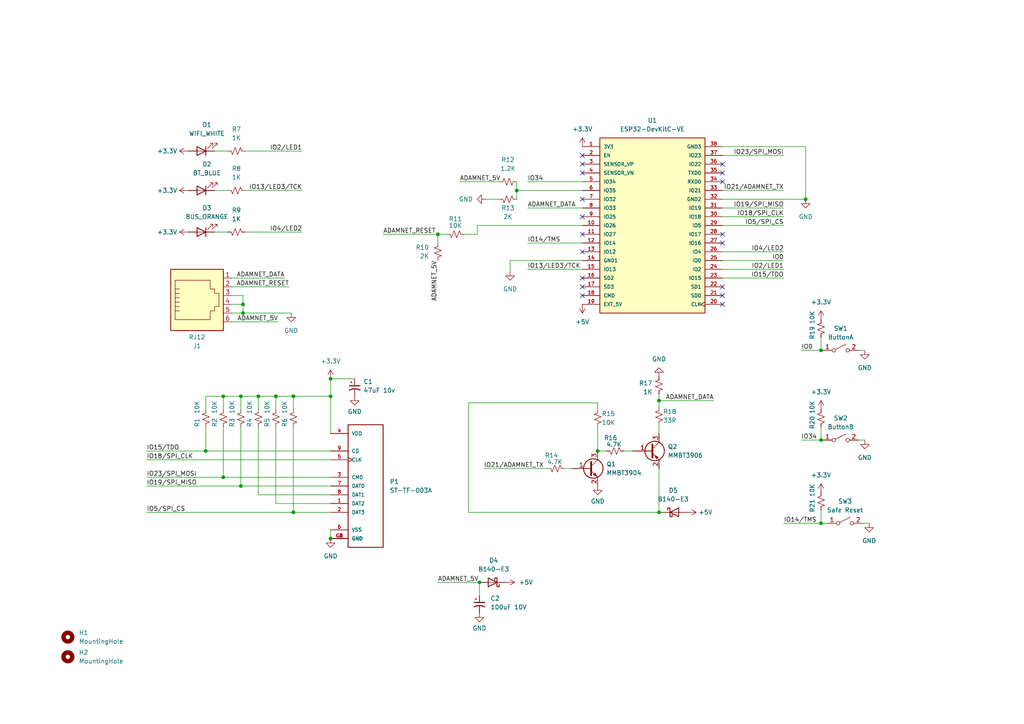
<source format=kicad_sch>
(kicad_sch (version 20230121) (generator eeschema)

  (uuid a14e478a-c5bb-4e73-a6aa-14ded6f82b5a)

  (paper "A4")

  (title_block
    (title "Fujinet ADAM DevKit Mini")
    (date "2023-10-28")
    (rev "1.0")
    (company "Chris Tersteeg")
  )

  (lib_symbols
    (symbol "Connector:RJ12" (pin_names (offset 1.016)) (in_bom yes) (on_board yes)
      (property "Reference" "J" (at -5.08 11.43 0)
        (effects (font (size 1.27 1.27)) (justify right))
      )
      (property "Value" "RJ12" (at 2.54 11.43 0)
        (effects (font (size 1.27 1.27)) (justify left))
      )
      (property "Footprint" "" (at 0 0.635 90)
        (effects (font (size 1.27 1.27)) hide)
      )
      (property "Datasheet" "~" (at 0 0.635 90)
        (effects (font (size 1.27 1.27)) hide)
      )
      (property "ki_keywords" "6P6C RJ socket connector" (at 0 0 0)
        (effects (font (size 1.27 1.27)) hide)
      )
      (property "ki_description" "RJ connector, 6P6C (6 positions 6 connected)" (at 0 0 0)
        (effects (font (size 1.27 1.27)) hide)
      )
      (property "ki_fp_filters" "6P6C* RJ12* RJ18* RJ25*" (at 0 0 0)
        (effects (font (size 1.27 1.27)) hide)
      )
      (symbol "RJ12_0_1"
        (polyline
          (pts
            (xy -6.35 -1.905)
            (xy -5.08 -1.905)
            (xy -5.08 -1.905)
          )
          (stroke (width 0) (type default))
          (fill (type none))
        )
        (polyline
          (pts
            (xy -6.35 -0.635)
            (xy -5.08 -0.635)
            (xy -5.08 -0.635)
          )
          (stroke (width 0) (type default))
          (fill (type none))
        )
        (polyline
          (pts
            (xy -6.35 0.635)
            (xy -5.08 0.635)
            (xy -5.08 0.635)
          )
          (stroke (width 0) (type default))
          (fill (type none))
        )
        (polyline
          (pts
            (xy -6.35 1.905)
            (xy -5.08 1.905)
            (xy -5.08 1.905)
          )
          (stroke (width 0) (type default))
          (fill (type none))
        )
        (polyline
          (pts
            (xy -6.35 3.175)
            (xy -5.08 3.175)
            (xy -5.08 3.175)
          )
          (stroke (width 0) (type default))
          (fill (type none))
        )
        (polyline
          (pts
            (xy -5.08 4.445)
            (xy -6.35 4.445)
            (xy -6.35 4.445)
          )
          (stroke (width 0) (type default))
          (fill (type none))
        )
        (polyline
          (pts
            (xy -6.35 -4.445)
            (xy -6.35 6.985)
            (xy 3.81 6.985)
            (xy 3.81 4.445)
            (xy 5.08 4.445)
            (xy 5.08 3.175)
            (xy 6.35 3.175)
            (xy 6.35 -0.635)
            (xy 5.08 -0.635)
            (xy 5.08 -1.905)
            (xy 3.81 -1.905)
            (xy 3.81 -4.445)
            (xy -6.35 -4.445)
            (xy -6.35 -4.445)
          )
          (stroke (width 0) (type default))
          (fill (type none))
        )
        (rectangle (start 7.62 10.16) (end -7.62 -7.62)
          (stroke (width 0.254) (type default))
          (fill (type background))
        )
      )
      (symbol "RJ12_1_1"
        (pin passive line (at 10.16 -5.08 180) (length 2.54)
          (name "~" (effects (font (size 1.27 1.27))))
          (number "1" (effects (font (size 1.27 1.27))))
        )
        (pin passive line (at 10.16 -2.54 180) (length 2.54)
          (name "~" (effects (font (size 1.27 1.27))))
          (number "2" (effects (font (size 1.27 1.27))))
        )
        (pin passive line (at 10.16 0 180) (length 2.54)
          (name "~" (effects (font (size 1.27 1.27))))
          (number "3" (effects (font (size 1.27 1.27))))
        )
        (pin passive line (at 10.16 2.54 180) (length 2.54)
          (name "~" (effects (font (size 1.27 1.27))))
          (number "4" (effects (font (size 1.27 1.27))))
        )
        (pin passive line (at 10.16 5.08 180) (length 2.54)
          (name "~" (effects (font (size 1.27 1.27))))
          (number "5" (effects (font (size 1.27 1.27))))
        )
        (pin passive line (at 10.16 7.62 180) (length 2.54)
          (name "~" (effects (font (size 1.27 1.27))))
          (number "6" (effects (font (size 1.27 1.27))))
        )
      )
    )
    (symbol "Device:C_Polarized_Small_US" (pin_numbers hide) (pin_names (offset 0.254) hide) (in_bom yes) (on_board yes)
      (property "Reference" "C" (at 0.254 1.778 0)
        (effects (font (size 1.27 1.27)) (justify left))
      )
      (property "Value" "C_Polarized_Small_US" (at 0.254 -2.032 0)
        (effects (font (size 1.27 1.27)) (justify left))
      )
      (property "Footprint" "" (at 0 0 0)
        (effects (font (size 1.27 1.27)) hide)
      )
      (property "Datasheet" "~" (at 0 0 0)
        (effects (font (size 1.27 1.27)) hide)
      )
      (property "ki_keywords" "cap capacitor" (at 0 0 0)
        (effects (font (size 1.27 1.27)) hide)
      )
      (property "ki_description" "Polarized capacitor, small US symbol" (at 0 0 0)
        (effects (font (size 1.27 1.27)) hide)
      )
      (property "ki_fp_filters" "CP_*" (at 0 0 0)
        (effects (font (size 1.27 1.27)) hide)
      )
      (symbol "C_Polarized_Small_US_0_1"
        (polyline
          (pts
            (xy -1.524 0.508)
            (xy 1.524 0.508)
          )
          (stroke (width 0.3048) (type default))
          (fill (type none))
        )
        (polyline
          (pts
            (xy -1.27 1.524)
            (xy -0.762 1.524)
          )
          (stroke (width 0) (type default))
          (fill (type none))
        )
        (polyline
          (pts
            (xy -1.016 1.27)
            (xy -1.016 1.778)
          )
          (stroke (width 0) (type default))
          (fill (type none))
        )
        (arc (start 1.524 -0.762) (mid 0 -0.3734) (end -1.524 -0.762)
          (stroke (width 0.3048) (type default))
          (fill (type none))
        )
      )
      (symbol "C_Polarized_Small_US_1_1"
        (pin passive line (at 0 2.54 270) (length 2.032)
          (name "~" (effects (font (size 1.27 1.27))))
          (number "1" (effects (font (size 1.27 1.27))))
        )
        (pin passive line (at 0 -2.54 90) (length 2.032)
          (name "~" (effects (font (size 1.27 1.27))))
          (number "2" (effects (font (size 1.27 1.27))))
        )
      )
    )
    (symbol "Device:LED" (pin_numbers hide) (pin_names (offset 1.016) hide) (in_bom yes) (on_board yes)
      (property "Reference" "D" (at 0 2.54 0)
        (effects (font (size 1.27 1.27)))
      )
      (property "Value" "LED" (at 0 -2.54 0)
        (effects (font (size 1.27 1.27)))
      )
      (property "Footprint" "" (at 0 0 0)
        (effects (font (size 1.27 1.27)) hide)
      )
      (property "Datasheet" "~" (at 0 0 0)
        (effects (font (size 1.27 1.27)) hide)
      )
      (property "ki_keywords" "LED diode" (at 0 0 0)
        (effects (font (size 1.27 1.27)) hide)
      )
      (property "ki_description" "Light emitting diode" (at 0 0 0)
        (effects (font (size 1.27 1.27)) hide)
      )
      (property "ki_fp_filters" "LED* LED_SMD:* LED_THT:*" (at 0 0 0)
        (effects (font (size 1.27 1.27)) hide)
      )
      (symbol "LED_0_1"
        (polyline
          (pts
            (xy -1.27 -1.27)
            (xy -1.27 1.27)
          )
          (stroke (width 0.254) (type default))
          (fill (type none))
        )
        (polyline
          (pts
            (xy -1.27 0)
            (xy 1.27 0)
          )
          (stroke (width 0) (type default))
          (fill (type none))
        )
        (polyline
          (pts
            (xy 1.27 -1.27)
            (xy 1.27 1.27)
            (xy -1.27 0)
            (xy 1.27 -1.27)
          )
          (stroke (width 0.254) (type default))
          (fill (type none))
        )
        (polyline
          (pts
            (xy -3.048 -0.762)
            (xy -4.572 -2.286)
            (xy -3.81 -2.286)
            (xy -4.572 -2.286)
            (xy -4.572 -1.524)
          )
          (stroke (width 0) (type default))
          (fill (type none))
        )
        (polyline
          (pts
            (xy -1.778 -0.762)
            (xy -3.302 -2.286)
            (xy -2.54 -2.286)
            (xy -3.302 -2.286)
            (xy -3.302 -1.524)
          )
          (stroke (width 0) (type default))
          (fill (type none))
        )
      )
      (symbol "LED_1_1"
        (pin passive line (at -3.81 0 0) (length 2.54)
          (name "K" (effects (font (size 1.27 1.27))))
          (number "1" (effects (font (size 1.27 1.27))))
        )
        (pin passive line (at 3.81 0 180) (length 2.54)
          (name "A" (effects (font (size 1.27 1.27))))
          (number "2" (effects (font (size 1.27 1.27))))
        )
      )
    )
    (symbol "Device:R_Small_US" (pin_numbers hide) (pin_names (offset 0.254) hide) (in_bom yes) (on_board yes)
      (property "Reference" "R" (at 0.762 0.508 0)
        (effects (font (size 1.27 1.27)) (justify left))
      )
      (property "Value" "R_Small_US" (at 0.762 -1.016 0)
        (effects (font (size 1.27 1.27)) (justify left))
      )
      (property "Footprint" "" (at 0 0 0)
        (effects (font (size 1.27 1.27)) hide)
      )
      (property "Datasheet" "~" (at 0 0 0)
        (effects (font (size 1.27 1.27)) hide)
      )
      (property "ki_keywords" "r resistor" (at 0 0 0)
        (effects (font (size 1.27 1.27)) hide)
      )
      (property "ki_description" "Resistor, small US symbol" (at 0 0 0)
        (effects (font (size 1.27 1.27)) hide)
      )
      (property "ki_fp_filters" "R_*" (at 0 0 0)
        (effects (font (size 1.27 1.27)) hide)
      )
      (symbol "R_Small_US_1_1"
        (polyline
          (pts
            (xy 0 0)
            (xy 1.016 -0.381)
            (xy 0 -0.762)
            (xy -1.016 -1.143)
            (xy 0 -1.524)
          )
          (stroke (width 0) (type default))
          (fill (type none))
        )
        (polyline
          (pts
            (xy 0 1.524)
            (xy 1.016 1.143)
            (xy 0 0.762)
            (xy -1.016 0.381)
            (xy 0 0)
          )
          (stroke (width 0) (type default))
          (fill (type none))
        )
        (pin passive line (at 0 2.54 270) (length 1.016)
          (name "~" (effects (font (size 1.27 1.27))))
          (number "1" (effects (font (size 1.27 1.27))))
        )
        (pin passive line (at 0 -2.54 90) (length 1.016)
          (name "~" (effects (font (size 1.27 1.27))))
          (number "2" (effects (font (size 1.27 1.27))))
        )
      )
    )
    (symbol "Diode:B140-E3" (pin_numbers hide) (pin_names hide) (in_bom yes) (on_board yes)
      (property "Reference" "D" (at 0 2.54 0)
        (effects (font (size 1.27 1.27)))
      )
      (property "Value" "B140-E3" (at 0 -2.54 0)
        (effects (font (size 1.27 1.27)))
      )
      (property "Footprint" "Diode_SMD:D_SMA" (at 0 -4.445 0)
        (effects (font (size 1.27 1.27)) hide)
      )
      (property "Datasheet" "http://www.vishay.com/docs/88946/b120.pdf" (at 0 0 0)
        (effects (font (size 1.27 1.27)) hide)
      )
      (property "ki_keywords" "diode Schottky" (at 0 0 0)
        (effects (font (size 1.27 1.27)) hide)
      )
      (property "ki_description" "40V 1A Schottky Barrier Rectifier Diode, SMA(DO-214AC)" (at 0 0 0)
        (effects (font (size 1.27 1.27)) hide)
      )
      (property "ki_fp_filters" "D*SMA*" (at 0 0 0)
        (effects (font (size 1.27 1.27)) hide)
      )
      (symbol "B140-E3_0_1"
        (polyline
          (pts
            (xy 1.27 0)
            (xy -1.27 0)
          )
          (stroke (width 0) (type default))
          (fill (type none))
        )
        (polyline
          (pts
            (xy 1.27 1.27)
            (xy 1.27 -1.27)
            (xy -1.27 0)
            (xy 1.27 1.27)
          )
          (stroke (width 0.254) (type default))
          (fill (type none))
        )
        (polyline
          (pts
            (xy -1.905 0.635)
            (xy -1.905 1.27)
            (xy -1.27 1.27)
            (xy -1.27 -1.27)
            (xy -0.635 -1.27)
            (xy -0.635 -0.635)
          )
          (stroke (width 0.254) (type default))
          (fill (type none))
        )
      )
      (symbol "B140-E3_1_1"
        (pin passive line (at -3.81 0 0) (length 2.54)
          (name "K" (effects (font (size 1.27 1.27))))
          (number "1" (effects (font (size 1.27 1.27))))
        )
        (pin passive line (at 3.81 0 180) (length 2.54)
          (name "A" (effects (font (size 1.27 1.27))))
          (number "2" (effects (font (size 1.27 1.27))))
        )
      )
    )
    (symbol "ESP32-DEVKITC-32U:ESP32-DEVKITC-32U" (pin_names (offset 1.016)) (in_bom yes) (on_board yes)
      (property "Reference" "U" (at -15.2654 26.0604 0)
        (effects (font (size 1.27 1.27)) (justify left bottom))
      )
      (property "Value" "ESP32-DEVKITC-32U" (at -15.2654 -27.9654 0)
        (effects (font (size 1.27 1.27)) (justify left bottom))
      )
      (property "Footprint" "MODULE_ESP32-DEVKITC-32U" (at 0 0 0)
        (effects (font (size 1.27 1.27)) (justify left bottom) hide)
      )
      (property "Datasheet" "" (at 0 0 0)
        (effects (font (size 1.27 1.27)) (justify left bottom) hide)
      )
      (property "STANDARD" "Manufacturer Recommendations" (at 0 0 0)
        (effects (font (size 1.27 1.27)) (justify left bottom) hide)
      )
      (property "PARTREV" "N/A" (at 0 0 0)
        (effects (font (size 1.27 1.27)) (justify left bottom) hide)
      )
      (property "MANUFACTURER" "ESPRESSIF" (at 0 0 0)
        (effects (font (size 1.27 1.27)) (justify left bottom) hide)
      )
      (property "ki_locked" "" (at 0 0 0)
        (effects (font (size 1.27 1.27)))
      )
      (symbol "ESP32-DEVKITC-32U_0_0"
        (rectangle (start -15.24 -25.4) (end 15.24 25.4)
          (stroke (width 0.254) (type solid))
          (fill (type background))
        )
        (pin power_in line (at -20.32 22.86 0) (length 5.08)
          (name "3V3" (effects (font (size 1.016 1.016))))
          (number "1" (effects (font (size 1.016 1.016))))
        )
        (pin bidirectional line (at -20.32 0 0) (length 5.08)
          (name "IO26" (effects (font (size 1.016 1.016))))
          (number "10" (effects (font (size 1.016 1.016))))
        )
        (pin bidirectional line (at -20.32 -2.54 0) (length 5.08)
          (name "IO27" (effects (font (size 1.016 1.016))))
          (number "11" (effects (font (size 1.016 1.016))))
        )
        (pin bidirectional line (at -20.32 -5.08 0) (length 5.08)
          (name "IO14" (effects (font (size 1.016 1.016))))
          (number "12" (effects (font (size 1.016 1.016))))
        )
        (pin bidirectional line (at -20.32 -7.62 0) (length 5.08)
          (name "IO12" (effects (font (size 1.016 1.016))))
          (number "13" (effects (font (size 1.016 1.016))))
        )
        (pin power_in line (at -20.32 -10.16 0) (length 5.08)
          (name "GND1" (effects (font (size 1.016 1.016))))
          (number "14" (effects (font (size 1.016 1.016))))
        )
        (pin bidirectional line (at -20.32 -12.7 0) (length 5.08)
          (name "IO13" (effects (font (size 1.016 1.016))))
          (number "15" (effects (font (size 1.016 1.016))))
        )
        (pin bidirectional line (at -20.32 -15.24 0) (length 5.08)
          (name "SD2" (effects (font (size 1.016 1.016))))
          (number "16" (effects (font (size 1.016 1.016))))
        )
        (pin bidirectional line (at -20.32 -17.78 0) (length 5.08)
          (name "SD3" (effects (font (size 1.016 1.016))))
          (number "17" (effects (font (size 1.016 1.016))))
        )
        (pin bidirectional line (at -20.32 -20.32 0) (length 5.08)
          (name "CMD" (effects (font (size 1.016 1.016))))
          (number "18" (effects (font (size 1.016 1.016))))
        )
        (pin power_in line (at -20.32 -22.86 0) (length 5.08)
          (name "EXT_5V" (effects (font (size 1.016 1.016))))
          (number "19" (effects (font (size 1.016 1.016))))
        )
        (pin input line (at -20.32 20.32 0) (length 5.08)
          (name "EN" (effects (font (size 1.016 1.016))))
          (number "2" (effects (font (size 1.016 1.016))))
        )
        (pin input clock (at 20.32 -22.86 180) (length 5.08)
          (name "CLK" (effects (font (size 1.016 1.016))))
          (number "20" (effects (font (size 1.016 1.016))))
        )
        (pin bidirectional line (at 20.32 -20.32 180) (length 5.08)
          (name "SD0" (effects (font (size 1.016 1.016))))
          (number "21" (effects (font (size 1.016 1.016))))
        )
        (pin bidirectional line (at 20.32 -17.78 180) (length 5.08)
          (name "SD1" (effects (font (size 1.016 1.016))))
          (number "22" (effects (font (size 1.016 1.016))))
        )
        (pin bidirectional line (at 20.32 -15.24 180) (length 5.08)
          (name "IO15" (effects (font (size 1.016 1.016))))
          (number "23" (effects (font (size 1.016 1.016))))
        )
        (pin bidirectional line (at 20.32 -12.7 180) (length 5.08)
          (name "IO2" (effects (font (size 1.016 1.016))))
          (number "24" (effects (font (size 1.016 1.016))))
        )
        (pin bidirectional line (at 20.32 -10.16 180) (length 5.08)
          (name "IO0" (effects (font (size 1.016 1.016))))
          (number "25" (effects (font (size 1.016 1.016))))
        )
        (pin bidirectional line (at 20.32 -7.62 180) (length 5.08)
          (name "IO4" (effects (font (size 1.016 1.016))))
          (number "26" (effects (font (size 1.016 1.016))))
        )
        (pin bidirectional line (at 20.32 -5.08 180) (length 5.08)
          (name "IO16" (effects (font (size 1.016 1.016))))
          (number "27" (effects (font (size 1.016 1.016))))
        )
        (pin bidirectional line (at 20.32 -2.54 180) (length 5.08)
          (name "IO17" (effects (font (size 1.016 1.016))))
          (number "28" (effects (font (size 1.016 1.016))))
        )
        (pin bidirectional line (at 20.32 0 180) (length 5.08)
          (name "IO5" (effects (font (size 1.016 1.016))))
          (number "29" (effects (font (size 1.016 1.016))))
        )
        (pin input line (at -20.32 17.78 0) (length 5.08)
          (name "SENSOR_VP" (effects (font (size 1.016 1.016))))
          (number "3" (effects (font (size 1.016 1.016))))
        )
        (pin bidirectional line (at 20.32 2.54 180) (length 5.08)
          (name "IO18" (effects (font (size 1.016 1.016))))
          (number "30" (effects (font (size 1.016 1.016))))
        )
        (pin bidirectional line (at 20.32 5.08 180) (length 5.08)
          (name "IO19" (effects (font (size 1.016 1.016))))
          (number "31" (effects (font (size 1.016 1.016))))
        )
        (pin power_in line (at 20.32 7.62 180) (length 5.08)
          (name "GND2" (effects (font (size 1.016 1.016))))
          (number "32" (effects (font (size 1.016 1.016))))
        )
        (pin bidirectional line (at 20.32 10.16 180) (length 5.08)
          (name "IO21" (effects (font (size 1.016 1.016))))
          (number "33" (effects (font (size 1.016 1.016))))
        )
        (pin input line (at 20.32 12.7 180) (length 5.08)
          (name "RXD0" (effects (font (size 1.016 1.016))))
          (number "34" (effects (font (size 1.016 1.016))))
        )
        (pin output line (at 20.32 15.24 180) (length 5.08)
          (name "TXD0" (effects (font (size 1.016 1.016))))
          (number "35" (effects (font (size 1.016 1.016))))
        )
        (pin bidirectional line (at 20.32 17.78 180) (length 5.08)
          (name "IO22" (effects (font (size 1.016 1.016))))
          (number "36" (effects (font (size 1.016 1.016))))
        )
        (pin bidirectional line (at 20.32 20.32 180) (length 5.08)
          (name "IO23" (effects (font (size 1.016 1.016))))
          (number "37" (effects (font (size 1.016 1.016))))
        )
        (pin power_in line (at 20.32 22.86 180) (length 5.08)
          (name "GND3" (effects (font (size 1.016 1.016))))
          (number "38" (effects (font (size 1.016 1.016))))
        )
        (pin input line (at -20.32 15.24 0) (length 5.08)
          (name "SENSOR_VN" (effects (font (size 1.016 1.016))))
          (number "4" (effects (font (size 1.016 1.016))))
        )
        (pin bidirectional line (at -20.32 12.7 0) (length 5.08)
          (name "IO34" (effects (font (size 1.016 1.016))))
          (number "5" (effects (font (size 1.016 1.016))))
        )
        (pin bidirectional line (at -20.32 10.16 0) (length 5.08)
          (name "IO35" (effects (font (size 1.016 1.016))))
          (number "6" (effects (font (size 1.016 1.016))))
        )
        (pin bidirectional line (at -20.32 7.62 0) (length 5.08)
          (name "IO32" (effects (font (size 1.016 1.016))))
          (number "7" (effects (font (size 1.016 1.016))))
        )
        (pin bidirectional line (at -20.32 5.08 0) (length 5.08)
          (name "IO33" (effects (font (size 1.016 1.016))))
          (number "8" (effects (font (size 1.016 1.016))))
        )
        (pin bidirectional line (at -20.32 2.54 0) (length 5.08)
          (name "IO25" (effects (font (size 1.016 1.016))))
          (number "9" (effects (font (size 1.016 1.016))))
        )
      )
    )
    (symbol "Mechanical:MountingHole" (pin_names (offset 1.016)) (in_bom yes) (on_board yes)
      (property "Reference" "H" (at 0 5.08 0)
        (effects (font (size 1.27 1.27)))
      )
      (property "Value" "MountingHole" (at 0 3.175 0)
        (effects (font (size 1.27 1.27)))
      )
      (property "Footprint" "" (at 0 0 0)
        (effects (font (size 1.27 1.27)) hide)
      )
      (property "Datasheet" "~" (at 0 0 0)
        (effects (font (size 1.27 1.27)) hide)
      )
      (property "ki_keywords" "mounting hole" (at 0 0 0)
        (effects (font (size 1.27 1.27)) hide)
      )
      (property "ki_description" "Mounting Hole without connection" (at 0 0 0)
        (effects (font (size 1.27 1.27)) hide)
      )
      (property "ki_fp_filters" "MountingHole*" (at 0 0 0)
        (effects (font (size 1.27 1.27)) hide)
      )
      (symbol "MountingHole_0_1"
        (circle (center 0 0) (radius 1.27)
          (stroke (width 1.27) (type default))
          (fill (type none))
        )
      )
    )
    (symbol "ST-TF-003A:ST-TF-003A" (pin_names (offset 1.016)) (in_bom yes) (on_board yes)
      (property "Reference" "P" (at 0 17.8054 0)
        (effects (font (size 1.27 1.27)) (justify left bottom))
      )
      (property "Value" "ST-TF-003A" (at 0 -20.3454 0)
        (effects (font (size 1.27 1.27)) (justify left bottom))
      )
      (property "Footprint" "SUNTECH_ST-TF-003A" (at 0 0 0)
        (effects (font (size 1.27 1.27)) (justify left bottom) hide)
      )
      (property "Datasheet" "" (at 0 0 0)
        (effects (font (size 1.27 1.27)) (justify left bottom) hide)
      )
      (property "MANUFACTURER" "Suntech" (at 0 0 0)
        (effects (font (size 1.27 1.27)) (justify left bottom) hide)
      )
      (property "ki_locked" "" (at 0 0 0)
        (effects (font (size 1.27 1.27)))
      )
      (symbol "ST-TF-003A_0_0"
        (polyline
          (pts
            (xy 0 -17.78)
            (xy 0 17.78)
          )
          (stroke (width 0.254) (type solid))
          (fill (type none))
        )
        (polyline
          (pts
            (xy 0 17.78)
            (xy 10.16 17.78)
          )
          (stroke (width 0.254) (type solid))
          (fill (type none))
        )
        (polyline
          (pts
            (xy 10.16 -17.78)
            (xy 0 -17.78)
          )
          (stroke (width 0.254) (type solid))
          (fill (type none))
        )
        (polyline
          (pts
            (xy 10.16 17.78)
            (xy 10.16 -17.78)
          )
          (stroke (width 0.254) (type solid))
          (fill (type none))
        )
        (pin bidirectional line (at -5.08 -5.08 0) (length 5.08)
          (name "DAT2" (effects (font (size 1.016 1.016))))
          (number "1" (effects (font (size 1.016 1.016))))
        )
        (pin bidirectional line (at -5.08 -7.62 0) (length 5.08)
          (name "DAT3" (effects (font (size 1.016 1.016))))
          (number "2" (effects (font (size 1.016 1.016))))
        )
        (pin bidirectional line (at -5.08 2.54 0) (length 5.08)
          (name "CMD" (effects (font (size 1.016 1.016))))
          (number "3" (effects (font (size 1.016 1.016))))
        )
        (pin power_in line (at -5.08 15.24 0) (length 5.08)
          (name "VDD" (effects (font (size 1.016 1.016))))
          (number "4" (effects (font (size 1.016 1.016))))
        )
        (pin input clock (at -5.08 7.62 0) (length 5.08)
          (name "CLK" (effects (font (size 1.016 1.016))))
          (number "5" (effects (font (size 1.016 1.016))))
        )
        (pin passive line (at -5.08 -12.7 0) (length 5.08)
          (name "VSS" (effects (font (size 1.016 1.016))))
          (number "6" (effects (font (size 1.016 1.016))))
        )
        (pin bidirectional line (at -5.08 0 0) (length 5.08)
          (name "DAT0" (effects (font (size 1.016 1.016))))
          (number "7" (effects (font (size 1.016 1.016))))
        )
        (pin bidirectional line (at -5.08 -2.54 0) (length 5.08)
          (name "DAT1" (effects (font (size 1.016 1.016))))
          (number "8" (effects (font (size 1.016 1.016))))
        )
        (pin input line (at -5.08 10.16 0) (length 5.08)
          (name "CD" (effects (font (size 1.016 1.016))))
          (number "9" (effects (font (size 1.016 1.016))))
        )
        (pin passive line (at -5.08 -15.24 0) (length 5.08)
          (name "GND" (effects (font (size 1.016 1.016))))
          (number "G2" (effects (font (size 1.016 1.016))))
        )
        (pin passive line (at -5.08 -15.24 0) (length 5.08)
          (name "GND" (effects (font (size 1.016 1.016))))
          (number "G3" (effects (font (size 1.016 1.016))))
        )
        (pin passive line (at -5.08 -15.24 0) (length 5.08)
          (name "GND" (effects (font (size 1.016 1.016))))
          (number "G4" (effects (font (size 1.016 1.016))))
        )
      )
      (symbol "ST-TF-003A_1_0"
        (pin passive line (at -5.08 -15.24 0) (length 5.08)
          (name "GND" (effects (font (size 1.016 1.016))))
          (number "G1" (effects (font (size 1.016 1.016))))
        )
      )
    )
    (symbol "Switch:SW_SPST" (pin_names (offset 0) hide) (in_bom yes) (on_board yes)
      (property "Reference" "SW" (at 0 3.175 0)
        (effects (font (size 1.27 1.27)))
      )
      (property "Value" "SW_SPST" (at 0 -2.54 0)
        (effects (font (size 1.27 1.27)))
      )
      (property "Footprint" "" (at 0 0 0)
        (effects (font (size 1.27 1.27)) hide)
      )
      (property "Datasheet" "~" (at 0 0 0)
        (effects (font (size 1.27 1.27)) hide)
      )
      (property "ki_keywords" "switch lever" (at 0 0 0)
        (effects (font (size 1.27 1.27)) hide)
      )
      (property "ki_description" "Single Pole Single Throw (SPST) switch" (at 0 0 0)
        (effects (font (size 1.27 1.27)) hide)
      )
      (symbol "SW_SPST_0_0"
        (circle (center -2.032 0) (radius 0.508)
          (stroke (width 0) (type default))
          (fill (type none))
        )
        (polyline
          (pts
            (xy -1.524 0.254)
            (xy 1.524 1.778)
          )
          (stroke (width 0) (type default))
          (fill (type none))
        )
        (circle (center 2.032 0) (radius 0.508)
          (stroke (width 0) (type default))
          (fill (type none))
        )
      )
      (symbol "SW_SPST_1_1"
        (pin passive line (at -5.08 0 0) (length 2.54)
          (name "A" (effects (font (size 1.27 1.27))))
          (number "1" (effects (font (size 1.27 1.27))))
        )
        (pin passive line (at 5.08 0 180) (length 2.54)
          (name "B" (effects (font (size 1.27 1.27))))
          (number "2" (effects (font (size 1.27 1.27))))
        )
      )
    )
    (symbol "Transistor_BJT:MMBT3904" (pin_names (offset 0) hide) (in_bom yes) (on_board yes)
      (property "Reference" "Q" (at 5.08 1.905 0)
        (effects (font (size 1.27 1.27)) (justify left))
      )
      (property "Value" "MMBT3904" (at 5.08 0 0)
        (effects (font (size 1.27 1.27)) (justify left))
      )
      (property "Footprint" "Package_TO_SOT_SMD:SOT-23" (at 5.08 -1.905 0)
        (effects (font (size 1.27 1.27) italic) (justify left) hide)
      )
      (property "Datasheet" "https://www.onsemi.com/pdf/datasheet/pzt3904-d.pdf" (at 0 0 0)
        (effects (font (size 1.27 1.27)) (justify left) hide)
      )
      (property "ki_keywords" "NPN Transistor" (at 0 0 0)
        (effects (font (size 1.27 1.27)) hide)
      )
      (property "ki_description" "0.2A Ic, 40V Vce, Small Signal NPN Transistor, SOT-23" (at 0 0 0)
        (effects (font (size 1.27 1.27)) hide)
      )
      (property "ki_fp_filters" "SOT?23*" (at 0 0 0)
        (effects (font (size 1.27 1.27)) hide)
      )
      (symbol "MMBT3904_0_1"
        (polyline
          (pts
            (xy 0.635 0.635)
            (xy 2.54 2.54)
          )
          (stroke (width 0) (type default))
          (fill (type none))
        )
        (polyline
          (pts
            (xy 0.635 -0.635)
            (xy 2.54 -2.54)
            (xy 2.54 -2.54)
          )
          (stroke (width 0) (type default))
          (fill (type none))
        )
        (polyline
          (pts
            (xy 0.635 1.905)
            (xy 0.635 -1.905)
            (xy 0.635 -1.905)
          )
          (stroke (width 0.508) (type default))
          (fill (type none))
        )
        (polyline
          (pts
            (xy 1.27 -1.778)
            (xy 1.778 -1.27)
            (xy 2.286 -2.286)
            (xy 1.27 -1.778)
            (xy 1.27 -1.778)
          )
          (stroke (width 0) (type default))
          (fill (type outline))
        )
        (circle (center 1.27 0) (radius 2.8194)
          (stroke (width 0.254) (type default))
          (fill (type none))
        )
      )
      (symbol "MMBT3904_1_1"
        (pin input line (at -5.08 0 0) (length 5.715)
          (name "B" (effects (font (size 1.27 1.27))))
          (number "1" (effects (font (size 1.27 1.27))))
        )
        (pin passive line (at 2.54 -5.08 90) (length 2.54)
          (name "E" (effects (font (size 1.27 1.27))))
          (number "2" (effects (font (size 1.27 1.27))))
        )
        (pin passive line (at 2.54 5.08 270) (length 2.54)
          (name "C" (effects (font (size 1.27 1.27))))
          (number "3" (effects (font (size 1.27 1.27))))
        )
      )
    )
    (symbol "Transistor_BJT:MMBT3906" (pin_names (offset 0) hide) (in_bom yes) (on_board yes)
      (property "Reference" "Q" (at 5.08 1.905 0)
        (effects (font (size 1.27 1.27)) (justify left))
      )
      (property "Value" "MMBT3906" (at 5.08 0 0)
        (effects (font (size 1.27 1.27)) (justify left))
      )
      (property "Footprint" "Package_TO_SOT_SMD:SOT-23" (at 5.08 -1.905 0)
        (effects (font (size 1.27 1.27) italic) (justify left) hide)
      )
      (property "Datasheet" "https://www.onsemi.com/pdf/datasheet/pzt3906-d.pdf" (at 0 0 0)
        (effects (font (size 1.27 1.27)) (justify left) hide)
      )
      (property "ki_keywords" "PNP Transistor" (at 0 0 0)
        (effects (font (size 1.27 1.27)) hide)
      )
      (property "ki_description" "-0.2A Ic, -40V Vce, Small Signal PNP Transistor, SOT-23" (at 0 0 0)
        (effects (font (size 1.27 1.27)) hide)
      )
      (property "ki_fp_filters" "SOT?23*" (at 0 0 0)
        (effects (font (size 1.27 1.27)) hide)
      )
      (symbol "MMBT3906_0_1"
        (polyline
          (pts
            (xy 0.635 0.635)
            (xy 2.54 2.54)
          )
          (stroke (width 0) (type default))
          (fill (type none))
        )
        (polyline
          (pts
            (xy 0.635 -0.635)
            (xy 2.54 -2.54)
            (xy 2.54 -2.54)
          )
          (stroke (width 0) (type default))
          (fill (type none))
        )
        (polyline
          (pts
            (xy 0.635 1.905)
            (xy 0.635 -1.905)
            (xy 0.635 -1.905)
          )
          (stroke (width 0.508) (type default))
          (fill (type none))
        )
        (polyline
          (pts
            (xy 2.286 -1.778)
            (xy 1.778 -2.286)
            (xy 1.27 -1.27)
            (xy 2.286 -1.778)
            (xy 2.286 -1.778)
          )
          (stroke (width 0) (type default))
          (fill (type outline))
        )
        (circle (center 1.27 0) (radius 2.8194)
          (stroke (width 0.254) (type default))
          (fill (type none))
        )
      )
      (symbol "MMBT3906_1_1"
        (pin input line (at -5.08 0 0) (length 5.715)
          (name "B" (effects (font (size 1.27 1.27))))
          (number "1" (effects (font (size 1.27 1.27))))
        )
        (pin passive line (at 2.54 -5.08 90) (length 2.54)
          (name "E" (effects (font (size 1.27 1.27))))
          (number "2" (effects (font (size 1.27 1.27))))
        )
        (pin passive line (at 2.54 5.08 270) (length 2.54)
          (name "C" (effects (font (size 1.27 1.27))))
          (number "3" (effects (font (size 1.27 1.27))))
        )
      )
    )
    (symbol "power:+3.3V" (power) (pin_names (offset 0)) (in_bom yes) (on_board yes)
      (property "Reference" "#PWR" (at 0 -3.81 0)
        (effects (font (size 1.27 1.27)) hide)
      )
      (property "Value" "+3.3V" (at 0 3.556 0)
        (effects (font (size 1.27 1.27)))
      )
      (property "Footprint" "" (at 0 0 0)
        (effects (font (size 1.27 1.27)) hide)
      )
      (property "Datasheet" "" (at 0 0 0)
        (effects (font (size 1.27 1.27)) hide)
      )
      (property "ki_keywords" "global power" (at 0 0 0)
        (effects (font (size 1.27 1.27)) hide)
      )
      (property "ki_description" "Power symbol creates a global label with name \"+3.3V\"" (at 0 0 0)
        (effects (font (size 1.27 1.27)) hide)
      )
      (symbol "+3.3V_0_1"
        (polyline
          (pts
            (xy -0.762 1.27)
            (xy 0 2.54)
          )
          (stroke (width 0) (type default))
          (fill (type none))
        )
        (polyline
          (pts
            (xy 0 0)
            (xy 0 2.54)
          )
          (stroke (width 0) (type default))
          (fill (type none))
        )
        (polyline
          (pts
            (xy 0 2.54)
            (xy 0.762 1.27)
          )
          (stroke (width 0) (type default))
          (fill (type none))
        )
      )
      (symbol "+3.3V_1_1"
        (pin power_in line (at 0 0 90) (length 0) hide
          (name "+3.3V" (effects (font (size 1.27 1.27))))
          (number "1" (effects (font (size 1.27 1.27))))
        )
      )
    )
    (symbol "power:+5V" (power) (pin_names (offset 0)) (in_bom yes) (on_board yes)
      (property "Reference" "#PWR" (at 0 -3.81 0)
        (effects (font (size 1.27 1.27)) hide)
      )
      (property "Value" "+5V" (at 0 3.556 0)
        (effects (font (size 1.27 1.27)))
      )
      (property "Footprint" "" (at 0 0 0)
        (effects (font (size 1.27 1.27)) hide)
      )
      (property "Datasheet" "" (at 0 0 0)
        (effects (font (size 1.27 1.27)) hide)
      )
      (property "ki_keywords" "global power" (at 0 0 0)
        (effects (font (size 1.27 1.27)) hide)
      )
      (property "ki_description" "Power symbol creates a global label with name \"+5V\"" (at 0 0 0)
        (effects (font (size 1.27 1.27)) hide)
      )
      (symbol "+5V_0_1"
        (polyline
          (pts
            (xy -0.762 1.27)
            (xy 0 2.54)
          )
          (stroke (width 0) (type default))
          (fill (type none))
        )
        (polyline
          (pts
            (xy 0 0)
            (xy 0 2.54)
          )
          (stroke (width 0) (type default))
          (fill (type none))
        )
        (polyline
          (pts
            (xy 0 2.54)
            (xy 0.762 1.27)
          )
          (stroke (width 0) (type default))
          (fill (type none))
        )
      )
      (symbol "+5V_1_1"
        (pin power_in line (at 0 0 90) (length 0) hide
          (name "+5V" (effects (font (size 1.27 1.27))))
          (number "1" (effects (font (size 1.27 1.27))))
        )
      )
    )
    (symbol "power:GND" (power) (pin_names (offset 0)) (in_bom yes) (on_board yes)
      (property "Reference" "#PWR" (at 0 -6.35 0)
        (effects (font (size 1.27 1.27)) hide)
      )
      (property "Value" "GND" (at 0 -3.81 0)
        (effects (font (size 1.27 1.27)))
      )
      (property "Footprint" "" (at 0 0 0)
        (effects (font (size 1.27 1.27)) hide)
      )
      (property "Datasheet" "" (at 0 0 0)
        (effects (font (size 1.27 1.27)) hide)
      )
      (property "ki_keywords" "global power" (at 0 0 0)
        (effects (font (size 1.27 1.27)) hide)
      )
      (property "ki_description" "Power symbol creates a global label with name \"GND\" , ground" (at 0 0 0)
        (effects (font (size 1.27 1.27)) hide)
      )
      (symbol "GND_0_1"
        (polyline
          (pts
            (xy 0 0)
            (xy 0 -1.27)
            (xy 1.27 -1.27)
            (xy 0 -2.54)
            (xy -1.27 -1.27)
            (xy 0 -1.27)
          )
          (stroke (width 0) (type default))
          (fill (type none))
        )
      )
      (symbol "GND_1_1"
        (pin power_in line (at 0 0 270) (length 0) hide
          (name "GND" (effects (font (size 1.27 1.27))))
          (number "1" (effects (font (size 1.27 1.27))))
        )
      )
    )
  )

  (junction (at 127 67.945) (diameter 0) (color 0 0 0 0)
    (uuid 017290f4-dc19-4178-9e24-45fa2dc58249)
  )
  (junction (at 70.485 88.265) (diameter 0) (color 0 0 0 0)
    (uuid 04e87a3d-471c-4442-95a7-4b0c1684a440)
  )
  (junction (at 64.77 114.935) (diameter 0) (color 0 0 0 0)
    (uuid 0f2f736f-9289-4a3d-8051-23e47293e40a)
  )
  (junction (at 64.77 138.43) (diameter 0) (color 0 0 0 0)
    (uuid 1da8e860-d726-4917-a6c4-640a4d4077fd)
  )
  (junction (at 139.065 168.91) (diameter 0) (color 0 0 0 0)
    (uuid 1e5b8abe-0e0c-418e-97e4-ab56932d3a5b)
  )
  (junction (at 149.86 55.245) (diameter 0) (color 0 0 0 0)
    (uuid 283535b7-7ffc-4966-ba86-76d62aae633a)
  )
  (junction (at 59.69 130.81) (diameter 0) (color 0 0 0 0)
    (uuid 28df323e-b3f7-458f-b65e-ceed259932a8)
  )
  (junction (at 74.93 114.935) (diameter 0) (color 0 0 0 0)
    (uuid 2bdccc76-6ccb-488c-9f9a-f58ace233a1a)
  )
  (junction (at 233.68 57.785) (diameter 0) (color 0 0 0 0)
    (uuid 30c7e254-8c89-4139-9cb0-1dd946d98938)
  )
  (junction (at 95.885 114.935) (diameter 0) (color 0 0 0 0)
    (uuid 543f5c57-7c97-462d-872f-40ded7803225)
  )
  (junction (at 69.85 140.97) (diameter 0) (color 0 0 0 0)
    (uuid 5a3ce84f-9960-42aa-b337-d250e2e66641)
  )
  (junction (at 173.355 130.81) (diameter 0) (color 0 0 0 0)
    (uuid 71f0cc49-1324-44f1-89dc-2039b70f128b)
  )
  (junction (at 95.885 109.855) (diameter 0) (color 0 0 0 0)
    (uuid 794be51b-ddaa-4f1c-a6b8-be1351c8eb14)
  )
  (junction (at 191.135 116.205) (diameter 0) (color 0 0 0 0)
    (uuid 7ea70f42-cc50-401e-8a6e-571cdea2ef16)
  )
  (junction (at 238.125 127.635) (diameter 0) (color 0 0 0 0)
    (uuid 8beff56e-e777-4231-b9bc-0056693c8c37)
  )
  (junction (at 191.135 148.59) (diameter 0) (color 0 0 0 0)
    (uuid a25cfb79-0e73-4aa2-8c2d-995b848e82c7)
  )
  (junction (at 70.485 90.805) (diameter 0) (color 0 0 0 0)
    (uuid a63ae3a8-02b8-4139-bda6-ebb1d28f1b00)
  )
  (junction (at 95.885 156.21) (diameter 0) (color 0 0 0 0)
    (uuid ab82b4f7-c4c5-4ef6-8b2f-b367411b6625)
  )
  (junction (at 85.09 148.59) (diameter 0) (color 0 0 0 0)
    (uuid cb1d6d99-1a5e-49a3-8599-7581db8e7840)
  )
  (junction (at 238.125 151.765) (diameter 0) (color 0 0 0 0)
    (uuid e28e8cfb-93bb-4a62-adf7-888613186bc6)
  )
  (junction (at 80.01 114.935) (diameter 0) (color 0 0 0 0)
    (uuid e69b8b8a-bb7f-440f-ba6e-3a8585c88afb)
  )
  (junction (at 69.85 114.935) (diameter 0) (color 0 0 0 0)
    (uuid f26b1d8b-17d6-4fbd-9bd4-f6c8ab8560f3)
  )
  (junction (at 85.09 114.935) (diameter 0) (color 0 0 0 0)
    (uuid fb504d7c-f453-4f76-a255-2a65b3a414f7)
  )
  (junction (at 238.125 101.6) (diameter 0) (color 0 0 0 0)
    (uuid fea4bfb7-4f2f-4ab1-98d8-97555ce0554d)
  )

  (no_connect (at 168.91 67.945) (uuid 019c180e-12bc-460e-9692-e3140aaa056d))
  (no_connect (at 209.55 67.945) (uuid 1867f9c7-0d1a-4cf5-be68-68590d5e6002))
  (no_connect (at 168.91 85.725) (uuid 1945ddd3-5d19-4f5d-9bb6-6e9fc0618ddf))
  (no_connect (at 168.91 50.165) (uuid 2ca0cbd3-4ff6-43a5-9c82-a68c1fbf68ee))
  (no_connect (at 209.55 88.265) (uuid 2f003193-3fc6-4049-83c3-4e39b1e03441))
  (no_connect (at 168.91 47.625) (uuid 3f7109ac-ce91-4b93-942a-dbcb22f08628))
  (no_connect (at 168.91 80.645) (uuid 4640e4de-a488-48a4-a5c5-b55425e6ce4a))
  (no_connect (at 209.55 85.725) (uuid 49a86712-96d9-4976-bbf9-75db4cefea12))
  (no_connect (at 209.55 50.165) (uuid 513e68f8-de2e-4dba-82bb-d0271989d29d))
  (no_connect (at 168.91 45.085) (uuid 5750bc94-d006-47e7-9574-c0566678449e))
  (no_connect (at 168.91 83.185) (uuid 779578bc-0ac5-4029-8c22-9c9e53e3b4d4))
  (no_connect (at 209.55 83.185) (uuid 7821a34c-2888-4ac6-8197-117a4446e136))
  (no_connect (at 209.55 70.485) (uuid 849d8ce9-c953-44a7-aad0-334e8aed4d05))
  (no_connect (at 168.91 73.025) (uuid 8e62c59f-bebd-47b4-9b57-2a130f507336))
  (no_connect (at 209.55 52.705) (uuid 9ec311a7-aaa5-4289-874c-36f3704369e8))
  (no_connect (at 168.91 57.785) (uuid b14852ad-6d46-4e95-8aee-834a430e0075))
  (no_connect (at 209.55 47.625) (uuid d81321e0-54c2-463d-bfed-60079e3d1af9))
  (no_connect (at 168.91 62.865) (uuid deab4fc2-124e-4a4f-a28b-a14888b538f7))

  (wire (pts (xy 70.485 88.265) (xy 67.31 88.265))
    (stroke (width 0) (type default))
    (uuid 0176421a-5370-4417-b8cd-9dd091257780)
  )
  (wire (pts (xy 70.485 90.805) (xy 67.31 90.805))
    (stroke (width 0) (type default))
    (uuid 0be9297f-50ca-4a11-9203-8c101a4d6b15)
  )
  (wire (pts (xy 135.89 148.59) (xy 191.135 148.59))
    (stroke (width 0) (type default))
    (uuid 0d4d2735-1ad1-4dc9-827b-5833331518fd)
  )
  (wire (pts (xy 209.55 78.105) (xy 227.33 78.105))
    (stroke (width 0) (type default))
    (uuid 157be9cd-e6a9-4cf6-8c1d-5572d47789c6)
  )
  (wire (pts (xy 62.23 67.31) (xy 66.04 67.31))
    (stroke (width 0) (type default))
    (uuid 177bd5af-a05d-4f76-9e9a-945aebc00395)
  )
  (wire (pts (xy 80.01 114.935) (xy 80.01 118.745))
    (stroke (width 0) (type default))
    (uuid 1e15cf8c-11d5-41be-a317-60484f511f80)
  )
  (wire (pts (xy 42.545 138.43) (xy 64.77 138.43))
    (stroke (width 0) (type default))
    (uuid 1eef2345-f4a9-45cb-b963-48536d2514d3)
  )
  (wire (pts (xy 209.55 75.565) (xy 227.33 75.565))
    (stroke (width 0) (type default))
    (uuid 21f42771-3eea-455e-8af7-a22b87ed2b20)
  )
  (wire (pts (xy 62.23 55.245) (xy 66.04 55.245))
    (stroke (width 0) (type default))
    (uuid 23a64cbf-8937-4f10-a497-e8d88e0c6f8b)
  )
  (wire (pts (xy 191.135 148.59) (xy 191.77 148.59))
    (stroke (width 0) (type default))
    (uuid 2b320392-046d-407f-9fa7-94dabc262b27)
  )
  (wire (pts (xy 139.065 168.91) (xy 139.065 172.72))
    (stroke (width 0) (type default))
    (uuid 2dbcfc65-c7cd-46b8-a892-62666ba85eb5)
  )
  (wire (pts (xy 67.31 83.185) (xy 83.82 83.185))
    (stroke (width 0) (type default))
    (uuid 317b0146-c096-4869-91c6-7d0169e46b3f)
  )
  (wire (pts (xy 42.545 140.97) (xy 69.85 140.97))
    (stroke (width 0) (type default))
    (uuid 32a8514e-e200-4170-a880-1fe3e9ec90d3)
  )
  (wire (pts (xy 209.55 73.025) (xy 227.33 73.025))
    (stroke (width 0) (type default))
    (uuid 32e44896-bda1-490c-b595-0621fed04137)
  )
  (wire (pts (xy 67.31 80.645) (xy 82.55 80.645))
    (stroke (width 0) (type default))
    (uuid 354e75d4-6c44-44dc-b2e3-0b96aa73625d)
  )
  (wire (pts (xy 173.355 116.84) (xy 173.355 118.745))
    (stroke (width 0) (type default))
    (uuid 37c79f46-61af-4e07-8791-20172f83fb35)
  )
  (wire (pts (xy 74.93 143.51) (xy 74.93 123.825))
    (stroke (width 0) (type default))
    (uuid 3843286e-a0f6-4382-a6b1-7dfcfed7ac10)
  )
  (wire (pts (xy 209.55 42.545) (xy 233.68 42.545))
    (stroke (width 0) (type default))
    (uuid 3c535257-155d-413d-a318-ce74dcd5076a)
  )
  (wire (pts (xy 67.31 93.345) (xy 80.645 93.345))
    (stroke (width 0) (type default))
    (uuid 41227787-14cf-4ae1-99fd-856b62e177a2)
  )
  (wire (pts (xy 95.885 109.855) (xy 95.885 114.935))
    (stroke (width 0) (type default))
    (uuid 4877024a-6819-4d11-b951-17d9e5c98beb)
  )
  (wire (pts (xy 42.545 133.35) (xy 95.885 133.35))
    (stroke (width 0) (type default))
    (uuid 497b7eb5-d8b4-4c9f-85fc-2f8f7c736ee6)
  )
  (wire (pts (xy 74.93 114.935) (xy 80.01 114.935))
    (stroke (width 0) (type default))
    (uuid 49f38112-41d6-4c6b-ab19-a5f0475cf03d)
  )
  (wire (pts (xy 64.77 114.935) (xy 64.77 118.745))
    (stroke (width 0) (type default))
    (uuid 4a05ac8e-1b63-4297-a1db-efdb61c94814)
  )
  (wire (pts (xy 80.01 114.935) (xy 85.09 114.935))
    (stroke (width 0) (type default))
    (uuid 4ae18b97-158e-40a0-b51f-0fe61548acca)
  )
  (wire (pts (xy 42.545 148.59) (xy 85.09 148.59))
    (stroke (width 0) (type default))
    (uuid 4e5c8996-4ce8-4817-91c9-5ed14e0bb60b)
  )
  (wire (pts (xy 71.12 43.815) (xy 87.63 43.815))
    (stroke (width 0) (type default))
    (uuid 4f49afec-31eb-4098-a58f-0529021cf2de)
  )
  (wire (pts (xy 168.91 75.565) (xy 147.955 75.565))
    (stroke (width 0) (type default))
    (uuid 51d9b109-4ca6-4e4a-91d0-ef0b5661b391)
  )
  (wire (pts (xy 135.89 116.84) (xy 173.355 116.84))
    (stroke (width 0) (type default))
    (uuid 56db29b6-21ce-466b-899e-1987626e8556)
  )
  (wire (pts (xy 95.885 114.935) (xy 95.885 125.73))
    (stroke (width 0) (type default))
    (uuid 598491c6-caae-4116-90af-8cdc2d8b62cb)
  )
  (wire (pts (xy 248.92 101.6) (xy 250.825 101.6))
    (stroke (width 0) (type default))
    (uuid 5af52633-0aaa-4472-b825-bc9f36fea20a)
  )
  (wire (pts (xy 64.77 123.825) (xy 64.77 138.43))
    (stroke (width 0) (type default))
    (uuid 5b180e1c-59c1-4549-a626-9bd4d5326b99)
  )
  (wire (pts (xy 127 67.945) (xy 129.54 67.945))
    (stroke (width 0) (type default))
    (uuid 5f1ef498-7e62-4e11-9b56-f636e3c5780c)
  )
  (wire (pts (xy 133.35 52.705) (xy 144.78 52.705))
    (stroke (width 0) (type default))
    (uuid 6140d1ec-e43e-4e7e-af5e-af39fe7e007a)
  )
  (wire (pts (xy 138.43 67.945) (xy 134.62 67.945))
    (stroke (width 0) (type default))
    (uuid 62a9bfe9-020f-4f4f-8875-1e76900d8f2f)
  )
  (wire (pts (xy 127 168.91) (xy 139.065 168.91))
    (stroke (width 0) (type default))
    (uuid 63a480c3-1ad8-4224-9470-04d05913d0ba)
  )
  (wire (pts (xy 238.125 123.825) (xy 238.125 127.635))
    (stroke (width 0) (type default))
    (uuid 64ba77ef-5907-48aa-abd9-35bba44fe279)
  )
  (wire (pts (xy 127 67.945) (xy 127 70.485))
    (stroke (width 0) (type default))
    (uuid 69bdbfd4-e672-4d01-9f67-c545c6895e3b)
  )
  (wire (pts (xy 69.85 114.935) (xy 74.93 114.935))
    (stroke (width 0) (type default))
    (uuid 69ef2d66-ab2d-4b97-ae94-c02b51527ca4)
  )
  (wire (pts (xy 168.91 65.405) (xy 138.43 65.405))
    (stroke (width 0) (type default))
    (uuid 6ee44753-e025-43e2-8cfb-dbd9c37d5e7a)
  )
  (wire (pts (xy 209.55 60.325) (xy 227.33 60.325))
    (stroke (width 0) (type default))
    (uuid 7048acd2-6e16-4e24-9de7-31ec44d8e78f)
  )
  (wire (pts (xy 248.92 127.635) (xy 250.825 127.635))
    (stroke (width 0) (type default))
    (uuid 70dc1f61-7f73-4b58-af96-f0034b2680dc)
  )
  (wire (pts (xy 95.885 143.51) (xy 74.93 143.51))
    (stroke (width 0) (type default))
    (uuid 73dcaf51-a0f9-4f79-a45a-a383b30d1872)
  )
  (wire (pts (xy 149.86 52.705) (xy 149.86 55.245))
    (stroke (width 0) (type default))
    (uuid 75403848-f713-412b-a09b-ae049a70b961)
  )
  (wire (pts (xy 233.68 42.545) (xy 233.68 57.785))
    (stroke (width 0) (type default))
    (uuid 790c8d89-87dc-4951-a9cc-12c2f9eb662d)
  )
  (wire (pts (xy 59.69 123.825) (xy 59.69 130.81))
    (stroke (width 0) (type default))
    (uuid 79140f57-16a8-4e7b-999a-0392d3e6fa69)
  )
  (wire (pts (xy 191.135 116.205) (xy 191.135 118.11))
    (stroke (width 0) (type default))
    (uuid 7b1f838c-e163-4cee-83ea-7ecfb0db5cac)
  )
  (wire (pts (xy 140.335 135.89) (xy 158.75 135.89))
    (stroke (width 0) (type default))
    (uuid 7cf9feaf-2117-432f-ad97-42c0b5d9fb91)
  )
  (wire (pts (xy 163.83 135.89) (xy 165.735 135.89))
    (stroke (width 0) (type default))
    (uuid 82cc44bc-4723-44c5-9b96-53436463ebb0)
  )
  (wire (pts (xy 69.85 140.97) (xy 95.885 140.97))
    (stroke (width 0) (type default))
    (uuid 82ec6436-0ece-45a8-bbba-5d5f1098ab46)
  )
  (wire (pts (xy 250.19 151.765) (xy 252.095 151.765))
    (stroke (width 0) (type default))
    (uuid 87151911-969b-4341-ba83-48d2ff8b8936)
  )
  (wire (pts (xy 138.43 65.405) (xy 138.43 67.945))
    (stroke (width 0) (type default))
    (uuid 87e467ff-2eea-4264-a9cc-cdf0b9abe096)
  )
  (wire (pts (xy 153.035 70.485) (xy 168.91 70.485))
    (stroke (width 0) (type default))
    (uuid 890bee53-f361-4d81-ac5b-3f4dd23e7e98)
  )
  (wire (pts (xy 209.55 62.865) (xy 227.33 62.865))
    (stroke (width 0) (type default))
    (uuid 8a7a7ec5-277f-4732-bde2-8a18edfba4e5)
  )
  (wire (pts (xy 70.485 85.725) (xy 70.485 88.265))
    (stroke (width 0) (type default))
    (uuid 8cd7c68f-395b-422c-92d3-b790ffbfd2c0)
  )
  (wire (pts (xy 238.125 127.635) (xy 238.76 127.635))
    (stroke (width 0) (type default))
    (uuid 8d1528cc-cdb8-47b4-9a1e-e9fd44a3af83)
  )
  (wire (pts (xy 140.97 57.785) (xy 144.78 57.785))
    (stroke (width 0) (type default))
    (uuid 8d16082a-4e7c-4bb2-9b01-c2f44be76dce)
  )
  (wire (pts (xy 71.12 67.31) (xy 87.63 67.31))
    (stroke (width 0) (type default))
    (uuid 8ecc22f2-5dad-4497-9287-f1386cd9b05b)
  )
  (wire (pts (xy 149.86 55.245) (xy 149.86 57.785))
    (stroke (width 0) (type default))
    (uuid 8f64efb1-3196-4f07-8d38-4985add5c9eb)
  )
  (wire (pts (xy 85.09 148.59) (xy 95.885 148.59))
    (stroke (width 0) (type default))
    (uuid 92b0582c-9251-4137-b76c-df70d28f3865)
  )
  (wire (pts (xy 227.33 151.765) (xy 238.125 151.765))
    (stroke (width 0) (type default))
    (uuid 9680daad-8680-44d8-984a-36f9dd699fa1)
  )
  (wire (pts (xy 85.09 123.825) (xy 85.09 148.59))
    (stroke (width 0) (type default))
    (uuid 9be76fd5-3c33-4139-88a8-8e9d3dcecaa6)
  )
  (wire (pts (xy 180.975 130.81) (xy 183.515 130.81))
    (stroke (width 0) (type default))
    (uuid 9e09d1ab-3f30-4d13-9bc5-ab69cc40196a)
  )
  (wire (pts (xy 238.125 97.79) (xy 238.125 101.6))
    (stroke (width 0) (type default))
    (uuid 9fffdcab-238d-4eaf-a398-daa74ba6d2ac)
  )
  (wire (pts (xy 74.93 114.935) (xy 74.93 118.745))
    (stroke (width 0) (type default))
    (uuid a120e347-9f6f-4676-970b-3b43cb48063f)
  )
  (wire (pts (xy 149.86 55.245) (xy 168.91 55.245))
    (stroke (width 0) (type default))
    (uuid a4f28878-d88c-46ab-bfdf-4dcfb58d9ea8)
  )
  (wire (pts (xy 95.885 146.05) (xy 80.01 146.05))
    (stroke (width 0) (type default))
    (uuid a5f15bca-09f8-4212-9c4a-530a1c570c65)
  )
  (wire (pts (xy 59.69 130.81) (xy 95.885 130.81))
    (stroke (width 0) (type default))
    (uuid a841b76a-e6ea-410d-8f27-e6a25ece6c1e)
  )
  (wire (pts (xy 209.55 55.245) (xy 227.33 55.245))
    (stroke (width 0) (type default))
    (uuid a8c13086-d58c-4f26-bd84-a68858bf74c9)
  )
  (wire (pts (xy 232.41 101.6) (xy 238.125 101.6))
    (stroke (width 0) (type default))
    (uuid afdcc5cc-6cc2-491e-a279-5a332e27efc2)
  )
  (wire (pts (xy 209.55 80.645) (xy 227.33 80.645))
    (stroke (width 0) (type default))
    (uuid b1002ba5-9634-43cd-bd41-93c252138f08)
  )
  (wire (pts (xy 85.09 114.935) (xy 95.885 114.935))
    (stroke (width 0) (type default))
    (uuid b14d70df-4926-4058-b6a6-b0ee07446be3)
  )
  (wire (pts (xy 191.135 114.3) (xy 191.135 116.205))
    (stroke (width 0) (type default))
    (uuid b447bf32-65cf-4ec8-aee5-e57ffaaf2018)
  )
  (wire (pts (xy 209.55 65.405) (xy 227.33 65.405))
    (stroke (width 0) (type default))
    (uuid b77c9b90-e88a-4c02-9f46-f8c10c5a1874)
  )
  (wire (pts (xy 42.545 130.81) (xy 59.69 130.81))
    (stroke (width 0) (type default))
    (uuid b7fa0464-9afc-46eb-8db9-2a1f72c207a2)
  )
  (wire (pts (xy 209.55 57.785) (xy 233.68 57.785))
    (stroke (width 0) (type default))
    (uuid ba653634-2d3c-48af-bf63-4eece3b593d4)
  )
  (wire (pts (xy 238.125 147.955) (xy 238.125 151.765))
    (stroke (width 0) (type default))
    (uuid bbe09354-a6c7-4a38-a8c6-071c9168ba51)
  )
  (wire (pts (xy 95.885 153.67) (xy 95.885 156.21))
    (stroke (width 0) (type default))
    (uuid bdae67b6-884c-4f13-8f0e-a6c6422097d6)
  )
  (wire (pts (xy 153.035 60.325) (xy 168.91 60.325))
    (stroke (width 0) (type default))
    (uuid c084a58c-76ac-4b08-9fce-06fad5fae914)
  )
  (wire (pts (xy 69.85 114.935) (xy 69.85 118.745))
    (stroke (width 0) (type default))
    (uuid c1c08c51-4d76-4c03-bfa9-3b9bee0cf9a2)
  )
  (wire (pts (xy 191.135 123.19) (xy 191.135 125.73))
    (stroke (width 0) (type default))
    (uuid c7833542-c977-46a3-adfc-65a2e2f399bd)
  )
  (wire (pts (xy 238.125 101.6) (xy 238.76 101.6))
    (stroke (width 0) (type default))
    (uuid c8497802-d202-4e2c-9d11-641949695c6a)
  )
  (wire (pts (xy 64.77 114.935) (xy 69.85 114.935))
    (stroke (width 0) (type default))
    (uuid ca09fcd3-7449-489d-a08c-aabeca71551d)
  )
  (wire (pts (xy 173.355 123.825) (xy 173.355 130.81))
    (stroke (width 0) (type default))
    (uuid cc7d897b-ac03-4902-8779-f82ea1217076)
  )
  (wire (pts (xy 59.69 114.935) (xy 64.77 114.935))
    (stroke (width 0) (type default))
    (uuid cfb38d78-027b-4033-ab66-0854bb015987)
  )
  (wire (pts (xy 62.23 43.815) (xy 66.04 43.815))
    (stroke (width 0) (type default))
    (uuid d7572f6c-20cb-40c7-a6a6-8d067bd5c72c)
  )
  (wire (pts (xy 153.035 78.105) (xy 168.91 78.105))
    (stroke (width 0) (type default))
    (uuid d7b1f76e-2177-45f3-b4d8-a2b46a7c79d8)
  )
  (wire (pts (xy 59.69 118.745) (xy 59.69 114.935))
    (stroke (width 0) (type default))
    (uuid d7d119bb-274e-428e-b2a6-c7958773c399)
  )
  (wire (pts (xy 70.485 85.725) (xy 67.31 85.725))
    (stroke (width 0) (type default))
    (uuid df805d76-57d1-434a-9231-8116d768be8d)
  )
  (wire (pts (xy 191.135 135.89) (xy 191.135 148.59))
    (stroke (width 0) (type default))
    (uuid e045736f-74ce-4db5-8a46-9c22956e6dec)
  )
  (wire (pts (xy 238.125 151.765) (xy 240.03 151.765))
    (stroke (width 0) (type default))
    (uuid e14aa575-ab00-4ff4-b0ac-fe74938e52a2)
  )
  (wire (pts (xy 153.035 52.705) (xy 168.91 52.705))
    (stroke (width 0) (type default))
    (uuid e150c68f-bf82-4ab4-b732-47d0fa609c61)
  )
  (wire (pts (xy 71.12 55.245) (xy 87.63 55.245))
    (stroke (width 0) (type default))
    (uuid e3a67c45-1ee9-4dbf-81aa-e584ec68a7eb)
  )
  (wire (pts (xy 147.955 75.565) (xy 147.955 78.74))
    (stroke (width 0) (type default))
    (uuid e4ae2158-7fa8-4e3d-9800-ffa2656b5c6a)
  )
  (wire (pts (xy 70.485 88.265) (xy 70.485 90.805))
    (stroke (width 0) (type default))
    (uuid e5ac055a-4bc9-4318-8f19-99a92bdfba38)
  )
  (wire (pts (xy 209.55 45.085) (xy 227.33 45.085))
    (stroke (width 0) (type default))
    (uuid eb4265c8-42d5-4f03-bf8d-4b493df625f7)
  )
  (wire (pts (xy 173.355 130.81) (xy 175.895 130.81))
    (stroke (width 0) (type default))
    (uuid eb9bc7e5-d58f-4467-a86b-08626dbc9e18)
  )
  (wire (pts (xy 232.41 127.635) (xy 238.125 127.635))
    (stroke (width 0) (type default))
    (uuid ecfeef4f-f861-43ba-854f-46667a5492bd)
  )
  (wire (pts (xy 80.01 146.05) (xy 80.01 123.825))
    (stroke (width 0) (type default))
    (uuid ed1d9e23-d870-4a4c-a9ed-ca1d2f009ab5)
  )
  (wire (pts (xy 95.885 109.855) (xy 102.87 109.855))
    (stroke (width 0) (type default))
    (uuid f0dc2f0b-d7f2-4819-bbd8-3b9073740fe3)
  )
  (wire (pts (xy 69.85 123.825) (xy 69.85 140.97))
    (stroke (width 0) (type default))
    (uuid f18532af-9a61-4024-86d9-7f1d489fd104)
  )
  (wire (pts (xy 135.89 148.59) (xy 135.89 116.84))
    (stroke (width 0) (type default))
    (uuid f300102b-058d-47bf-b1eb-3aab34c3c491)
  )
  (wire (pts (xy 191.135 116.205) (xy 207.01 116.205))
    (stroke (width 0) (type default))
    (uuid f46e0302-aa67-4564-ade5-cdc5cac30665)
  )
  (wire (pts (xy 85.09 118.745) (xy 85.09 114.935))
    (stroke (width 0) (type default))
    (uuid fb6dd9be-c662-4a35-a611-abb34105d90b)
  )
  (wire (pts (xy 64.77 138.43) (xy 95.885 138.43))
    (stroke (width 0) (type default))
    (uuid fbf76b4b-52af-4fc6-b302-136a69d2914b)
  )
  (wire (pts (xy 111.125 67.945) (xy 127 67.945))
    (stroke (width 0) (type default))
    (uuid fc6e73e0-af52-443f-bb72-11454d9b1063)
  )
  (wire (pts (xy 70.485 90.805) (xy 84.455 90.805))
    (stroke (width 0) (type default))
    (uuid ff33e704-8ac7-4ce3-b571-27756b831c27)
  )

  (label "IO34" (at 153.035 52.705 0) (fields_autoplaced)
    (effects (font (size 1.27 1.27)) (justify left bottom))
    (uuid 022fa948-e91f-4439-8767-9d4ca0bbb935)
  )
  (label "IO18{slash}SPI_CLK" (at 227.33 62.865 180) (fields_autoplaced)
    (effects (font (size 1.27 1.27)) (justify right bottom))
    (uuid 02e6c015-41f2-459c-8d6f-f0684b08ef41)
  )
  (label "IO2{slash}LED1" (at 227.33 78.105 180) (fields_autoplaced)
    (effects (font (size 1.27 1.27)) (justify right bottom))
    (uuid 1414c460-b7ef-4ae8-826b-f3f12422851c)
  )
  (label "IO23{slash}SPI_MOSI" (at 42.545 138.43 0) (fields_autoplaced)
    (effects (font (size 1.27 1.27)) (justify left bottom))
    (uuid 19399d40-ccbe-460a-8271-ec4195485d5d)
  )
  (label "IO15{slash}TDO" (at 227.33 80.645 180) (fields_autoplaced)
    (effects (font (size 1.27 1.27)) (justify right bottom))
    (uuid 203e7230-1fed-4552-b2a2-f0758dc5315c)
  )
  (label "IO14{slash}TMS" (at 153.035 70.485 0) (fields_autoplaced)
    (effects (font (size 1.27 1.27)) (justify left bottom))
    (uuid 3e762d16-c7cc-431e-ac1f-3524d0502b2d)
  )
  (label "IO5{slash}SPI_CS" (at 227.33 65.405 180) (fields_autoplaced)
    (effects (font (size 1.27 1.27)) (justify right bottom))
    (uuid 4926a58b-98cd-4d1b-976f-1828ae00c4e1)
  )
  (label "IO13{slash}LED3{slash}TCK" (at 87.63 55.245 180) (fields_autoplaced)
    (effects (font (size 1.27 1.27)) (justify right bottom))
    (uuid 4b063b9b-1c0f-47fd-82d7-157808e8fb39)
  )
  (label "IO21{slash}ADAMNET_TX" (at 140.335 135.89 0) (fields_autoplaced)
    (effects (font (size 1.27 1.27)) (justify left bottom))
    (uuid 4dcbd808-6c9f-4bf1-8f1e-714a064cad26)
  )
  (label "IO4{slash}LED2" (at 87.63 67.31 180) (fields_autoplaced)
    (effects (font (size 1.27 1.27)) (justify right bottom))
    (uuid 502babdd-87b1-454c-92e0-e3830d1b12f0)
  )
  (label "ADAMNET_DATA" (at 82.55 80.645 180) (fields_autoplaced)
    (effects (font (size 1.27 1.27)) (justify right bottom))
    (uuid 521ddb8f-aa3c-4d19-bf11-314a1f46eee1)
  )
  (label "ADAMNET_5V" (at 133.35 52.705 0) (fields_autoplaced)
    (effects (font (size 1.27 1.27)) (justify left bottom))
    (uuid 5367f791-67b0-4136-a846-8f8dd11e1722)
  )
  (label "IO2{slash}LED1" (at 87.63 43.815 180) (fields_autoplaced)
    (effects (font (size 1.27 1.27)) (justify right bottom))
    (uuid 58d70b98-84b1-4571-bcca-ffac019a25f0)
  )
  (label "IO14{slash}TMS" (at 227.33 151.765 0) (fields_autoplaced)
    (effects (font (size 1.27 1.27)) (justify left bottom))
    (uuid 59a311f8-c777-4d14-811a-ec50acfdd6e1)
  )
  (label "ADAMNET_DATA" (at 207.01 116.205 180) (fields_autoplaced)
    (effects (font (size 1.27 1.27)) (justify right bottom))
    (uuid 6261ed3c-976f-4e16-9840-9d5121e78d42)
  )
  (label "ADAMNET_RESET" (at 83.82 83.185 180) (fields_autoplaced)
    (effects (font (size 1.27 1.27)) (justify right bottom))
    (uuid 6719bdb0-6e8c-4958-b394-7b036d6f7f23)
  )
  (label "IO5{slash}SPI_CS" (at 42.545 148.59 0) (fields_autoplaced)
    (effects (font (size 1.27 1.27)) (justify left bottom))
    (uuid 79a15bb0-a122-43cd-9ae6-6c7667c83657)
  )
  (label "ADAMNET_5V" (at 127 168.91 0) (fields_autoplaced)
    (effects (font (size 1.27 1.27)) (justify left bottom))
    (uuid 87e62b80-2909-49d3-a282-d6a94a5be543)
  )
  (label "IO18{slash}SPI_CLK" (at 42.545 133.35 0) (fields_autoplaced)
    (effects (font (size 1.27 1.27)) (justify left bottom))
    (uuid 887b46f8-b4eb-4277-860d-3bb24437ae84)
  )
  (label "IO21{slash}ADAMNET_TX" (at 227.33 55.245 180) (fields_autoplaced)
    (effects (font (size 1.27 1.27)) (justify right bottom))
    (uuid 8c63d07e-d058-4cd0-999a-2bd97b854573)
  )
  (label "ADAMNET_5V" (at 80.645 93.345 180) (fields_autoplaced)
    (effects (font (size 1.27 1.27)) (justify right bottom))
    (uuid 9cfbde8b-b7ba-4b17-adf3-341cee4477f6)
  )
  (label "IO15{slash}TDO" (at 42.545 130.81 0) (fields_autoplaced)
    (effects (font (size 1.27 1.27)) (justify left bottom))
    (uuid a02bea42-e120-4b21-9ba9-87bd3fc962b8)
  )
  (label "IO23{slash}SPI_MOSI" (at 227.33 45.085 180) (fields_autoplaced)
    (effects (font (size 1.27 1.27)) (justify right bottom))
    (uuid ae2555b4-7751-4b89-ac4e-7d729e625d67)
  )
  (label "IO4{slash}LED2" (at 227.33 73.025 180) (fields_autoplaced)
    (effects (font (size 1.27 1.27)) (justify right bottom))
    (uuid b221923e-21ee-4706-9e6c-76c276fe466e)
  )
  (label "ADAMNET_DATA" (at 153.035 60.325 0) (fields_autoplaced)
    (effects (font (size 1.27 1.27)) (justify left bottom))
    (uuid b768de3f-1314-420c-aafd-84df2cf2792c)
  )
  (label "IO19{slash}SPI_MISO" (at 42.545 140.97 0) (fields_autoplaced)
    (effects (font (size 1.27 1.27)) (justify left bottom))
    (uuid c1754685-615a-4e16-8250-24a43bea355d)
  )
  (label "ADAMNET_5V" (at 127 75.565 270) (fields_autoplaced)
    (effects (font (size 1.27 1.27)) (justify right bottom))
    (uuid c53e9fb9-9f12-40fa-afa9-52b737ee9ecd)
  )
  (label "IO0" (at 227.33 75.565 180) (fields_autoplaced)
    (effects (font (size 1.27 1.27)) (justify right bottom))
    (uuid e79a7f0e-5921-4447-9cc9-c63264ad3a74)
  )
  (label "IO34" (at 232.41 127.635 0) (fields_autoplaced)
    (effects (font (size 1.27 1.27)) (justify left bottom))
    (uuid ed890db5-7afe-420d-841b-f3a4f362dd36)
  )
  (label "IO13{slash}LED3{slash}TCK" (at 153.035 78.105 0) (fields_autoplaced)
    (effects (font (size 1.27 1.27)) (justify left bottom))
    (uuid ef735aaf-cd6b-42a0-b8ab-91405f56f66b)
  )
  (label "IO0" (at 232.41 101.6 0) (fields_autoplaced)
    (effects (font (size 1.27 1.27)) (justify left bottom))
    (uuid f5549b41-e669-4982-a191-371734aee5ae)
  )
  (label "ADAMNET_RESET" (at 111.125 67.945 0) (fields_autoplaced)
    (effects (font (size 1.27 1.27)) (justify left bottom))
    (uuid fb4c4d6b-9722-4203-97d4-eb54494069c8)
  )
  (label "IO19{slash}SPI_MISO" (at 227.33 60.325 180) (fields_autoplaced)
    (effects (font (size 1.27 1.27)) (justify right bottom))
    (uuid ff475eac-e253-4975-8f25-c3652295bd15)
  )

  (symbol (lib_id "power:GND") (at 173.355 140.97 0) (unit 1)
    (in_bom yes) (on_board yes) (dnp no) (fields_autoplaced)
    (uuid 044d99f0-62c8-4d02-a3a9-749dcd5209b5)
    (property "Reference" "#PWR09" (at 173.355 147.32 0)
      (effects (font (size 1.27 1.27)) hide)
    )
    (property "Value" "GND" (at 173.355 145.415 0)
      (effects (font (size 1.27 1.27)))
    )
    (property "Footprint" "" (at 173.355 140.97 0)
      (effects (font (size 1.27 1.27)) hide)
    )
    (property "Datasheet" "" (at 173.355 140.97 0)
      (effects (font (size 1.27 1.27)) hide)
    )
    (pin "1" (uuid 5d89fab1-1785-48ef-add8-b263ad187a61))
    (instances
      (project "fujinet-adam-devkit-mini"
        (path "/a14e478a-c5bb-4e73-a6aa-14ded6f82b5a"
          (reference "#PWR09") (unit 1)
        )
      )
    )
  )

  (symbol (lib_id "Device:R_Small_US") (at 191.135 111.76 0) (mirror x) (unit 1)
    (in_bom yes) (on_board yes) (dnp no)
    (uuid 0477bde9-eb56-4733-84c4-25ec0384449e)
    (property "Reference" "R17" (at 189.23 111.125 0)
      (effects (font (size 1.27 1.27)) (justify right))
    )
    (property "Value" "1K" (at 189.23 113.665 0)
      (effects (font (size 1.27 1.27)) (justify right))
    )
    (property "Footprint" "Resistor_SMD:R_0805_2012Metric_Pad1.20x1.40mm_HandSolder" (at 191.135 111.76 0)
      (effects (font (size 1.27 1.27)) hide)
    )
    (property "Datasheet" "~" (at 191.135 111.76 0)
      (effects (font (size 1.27 1.27)) hide)
    )
    (pin "1" (uuid 9257beae-fb84-4422-b8a5-e12142b21b0d))
    (pin "2" (uuid c94174e6-881f-457e-b65b-14f7283e41c4))
    (instances
      (project "fujinet-adam-devkit-mini"
        (path "/a14e478a-c5bb-4e73-a6aa-14ded6f82b5a"
          (reference "R17") (unit 1)
        )
      )
    )
  )

  (symbol (lib_id "power:+3.3V") (at 95.885 109.855 0) (unit 1)
    (in_bom yes) (on_board yes) (dnp no) (fields_autoplaced)
    (uuid 07ba2a3e-573c-42d6-8557-8c43e34aa215)
    (property "Reference" "#PWR05" (at 95.885 113.665 0)
      (effects (font (size 1.27 1.27)) hide)
    )
    (property "Value" "+3.3V" (at 95.885 104.775 0)
      (effects (font (size 1.27 1.27)))
    )
    (property "Footprint" "" (at 95.885 109.855 0)
      (effects (font (size 1.27 1.27)) hide)
    )
    (property "Datasheet" "" (at 95.885 109.855 0)
      (effects (font (size 1.27 1.27)) hide)
    )
    (pin "1" (uuid 1183fc98-8f18-4734-9fd9-0350de232e64))
    (instances
      (project "fujinet-adam-devkit-mini"
        (path "/a14e478a-c5bb-4e73-a6aa-14ded6f82b5a"
          (reference "#PWR05") (unit 1)
        )
      )
    )
  )

  (symbol (lib_id "Device:R_Small_US") (at 178.435 130.81 270) (mirror x) (unit 1)
    (in_bom yes) (on_board yes) (dnp no)
    (uuid 0b36b0b5-bbc2-491d-912e-6af078b34c4f)
    (property "Reference" "R16" (at 179.07 127 90)
      (effects (font (size 1.27 1.27)) (justify right))
    )
    (property "Value" "4.7K" (at 180.34 128.905 90)
      (effects (font (size 1.27 1.27)) (justify right))
    )
    (property "Footprint" "Resistor_SMD:R_0805_2012Metric_Pad1.20x1.40mm_HandSolder" (at 178.435 130.81 0)
      (effects (font (size 1.27 1.27)) hide)
    )
    (property "Datasheet" "~" (at 178.435 130.81 0)
      (effects (font (size 1.27 1.27)) hide)
    )
    (pin "1" (uuid bfe7b030-7639-414e-8782-cc79830952ce))
    (pin "2" (uuid d510dc41-0f78-4950-8e4c-273346f86cdf))
    (instances
      (project "fujinet-adam-devkit-mini"
        (path "/a14e478a-c5bb-4e73-a6aa-14ded6f82b5a"
          (reference "R16") (unit 1)
        )
      )
    )
  )

  (symbol (lib_id "power:+3.3V") (at 168.91 42.545 0) (unit 1)
    (in_bom yes) (on_board yes) (dnp no) (fields_autoplaced)
    (uuid 10fb259a-2f10-459d-8be0-8942127a317b)
    (property "Reference" "#PWR010" (at 168.91 46.355 0)
      (effects (font (size 1.27 1.27)) hide)
    )
    (property "Value" "+3.3V" (at 168.91 37.465 0)
      (effects (font (size 1.27 1.27)))
    )
    (property "Footprint" "" (at 168.91 42.545 0)
      (effects (font (size 1.27 1.27)) hide)
    )
    (property "Datasheet" "" (at 168.91 42.545 0)
      (effects (font (size 1.27 1.27)) hide)
    )
    (pin "1" (uuid 7e9b642c-6b22-4c4d-b7c0-55c28e2afa7f))
    (instances
      (project "fujinet-adam-devkit-mini"
        (path "/a14e478a-c5bb-4e73-a6aa-14ded6f82b5a"
          (reference "#PWR010") (unit 1)
        )
      )
    )
  )

  (symbol (lib_id "Connector:RJ12") (at 57.15 85.725 0) (mirror x) (unit 1)
    (in_bom yes) (on_board yes) (dnp no)
    (uuid 19f97ace-adb8-44cb-a42a-a75892310375)
    (property "Reference" "J1" (at 57.15 100.33 0)
      (effects (font (size 1.27 1.27)))
    )
    (property "Value" "RJ12" (at 57.15 97.79 0)
      (effects (font (size 1.27 1.27)))
    )
    (property "Footprint" "Connector_RJ:RJ12_Amphenol_54601" (at 57.15 86.36 90)
      (effects (font (size 1.27 1.27)) hide)
    )
    (property "Datasheet" "~" (at 57.15 86.36 90)
      (effects (font (size 1.27 1.27)) hide)
    )
    (pin "1" (uuid 028c3047-0cc0-4d4e-9156-f6ff159bbbe7))
    (pin "2" (uuid 7dbbe40a-8fbb-4a79-9f9b-c1f65848800b))
    (pin "3" (uuid 846feca8-72e5-4fb9-9efd-f59e366164b4))
    (pin "4" (uuid a347d321-0d5a-45fe-b5d3-16243dc6fd11))
    (pin "5" (uuid 271ce1c8-c8ee-4921-8b51-265a90928b26))
    (pin "6" (uuid a5fafe80-ed02-45cf-aa60-08ff719895ba))
    (instances
      (project "fujinet-adam-devkit-mini"
        (path "/a14e478a-c5bb-4e73-a6aa-14ded6f82b5a"
          (reference "J1") (unit 1)
        )
      )
    )
  )

  (symbol (lib_id "power:+3.3V") (at 54.61 55.245 90) (unit 1)
    (in_bom yes) (on_board yes) (dnp no) (fields_autoplaced)
    (uuid 1c28cbe0-7ba5-4035-a711-23fded40404b)
    (property "Reference" "#PWR03" (at 58.42 55.245 0)
      (effects (font (size 1.27 1.27)) hide)
    )
    (property "Value" "+3.3V" (at 51.435 55.245 90)
      (effects (font (size 1.27 1.27)) (justify left))
    )
    (property "Footprint" "" (at 54.61 55.245 0)
      (effects (font (size 1.27 1.27)) hide)
    )
    (property "Datasheet" "" (at 54.61 55.245 0)
      (effects (font (size 1.27 1.27)) hide)
    )
    (pin "1" (uuid 2ebf58da-c6c6-467a-b53e-85b6d39bc7f0))
    (instances
      (project "fujinet-adam-devkit-mini"
        (path "/a14e478a-c5bb-4e73-a6aa-14ded6f82b5a"
          (reference "#PWR03") (unit 1)
        )
      )
    )
  )

  (symbol (lib_id "power:+5V") (at 168.91 88.265 180) (unit 1)
    (in_bom yes) (on_board yes) (dnp no)
    (uuid 1ceca82c-f25c-4d74-9ef3-3bfbaa8121e4)
    (property "Reference" "#PWR011" (at 168.91 84.455 0)
      (effects (font (size 1.27 1.27)) hide)
    )
    (property "Value" "+5V" (at 168.91 93.345 0)
      (effects (font (size 1.27 1.27)))
    )
    (property "Footprint" "" (at 168.91 88.265 0)
      (effects (font (size 1.27 1.27)) hide)
    )
    (property "Datasheet" "" (at 168.91 88.265 0)
      (effects (font (size 1.27 1.27)) hide)
    )
    (pin "1" (uuid fc778af4-6805-4f2f-9d3f-51e484e36260))
    (instances
      (project "fujinet-adam-devkit-mini"
        (path "/a14e478a-c5bb-4e73-a6aa-14ded6f82b5a"
          (reference "#PWR011") (unit 1)
        )
      )
    )
  )

  (symbol (lib_id "power:GND") (at 102.87 114.935 0) (unit 1)
    (in_bom yes) (on_board yes) (dnp no) (fields_autoplaced)
    (uuid 27ac3c01-de35-48ff-a113-297d73747fa1)
    (property "Reference" "#PWR022" (at 102.87 121.285 0)
      (effects (font (size 1.27 1.27)) hide)
    )
    (property "Value" "GND" (at 102.87 119.38 0)
      (effects (font (size 1.27 1.27)))
    )
    (property "Footprint" "" (at 102.87 114.935 0)
      (effects (font (size 1.27 1.27)) hide)
    )
    (property "Datasheet" "" (at 102.87 114.935 0)
      (effects (font (size 1.27 1.27)) hide)
    )
    (pin "1" (uuid 82bf73aa-dc9f-4551-a6e6-d99ac8e167b4))
    (instances
      (project "fujinet-adam-devkit-mini"
        (path "/a14e478a-c5bb-4e73-a6aa-14ded6f82b5a"
          (reference "#PWR022") (unit 1)
        )
      )
    )
  )

  (symbol (lib_id "Device:R_Small_US") (at 132.08 67.945 90) (mirror x) (unit 1)
    (in_bom yes) (on_board yes) (dnp no)
    (uuid 3118cd21-c666-4f50-9342-5b13cdd15307)
    (property "Reference" "R11" (at 132.08 63.5 90)
      (effects (font (size 1.27 1.27)))
    )
    (property "Value" "10K" (at 132.08 65.405 90)
      (effects (font (size 1.27 1.27)))
    )
    (property "Footprint" "Resistor_SMD:R_0805_2012Metric_Pad1.20x1.40mm_HandSolder" (at 132.08 67.945 0)
      (effects (font (size 1.27 1.27)) hide)
    )
    (property "Datasheet" "~" (at 132.08 67.945 0)
      (effects (font (size 1.27 1.27)) hide)
    )
    (pin "1" (uuid 37c4c0fb-03b4-4c04-b5d5-e30fcdc9d597))
    (pin "2" (uuid 7234dc81-47f0-4fdf-90c1-de3ae2c6940f))
    (instances
      (project "fujinet-adam-devkit-mini"
        (path "/a14e478a-c5bb-4e73-a6aa-14ded6f82b5a"
          (reference "R11") (unit 1)
        )
      )
    )
  )

  (symbol (lib_id "power:+3.3V") (at 54.61 43.815 90) (unit 1)
    (in_bom yes) (on_board yes) (dnp no) (fields_autoplaced)
    (uuid 369a0beb-c8b9-46a1-9693-f2dab2347d28)
    (property "Reference" "#PWR02" (at 58.42 43.815 0)
      (effects (font (size 1.27 1.27)) hide)
    )
    (property "Value" "+3.3V" (at 51.435 43.815 90)
      (effects (font (size 1.27 1.27)) (justify left))
    )
    (property "Footprint" "" (at 54.61 43.815 0)
      (effects (font (size 1.27 1.27)) hide)
    )
    (property "Datasheet" "" (at 54.61 43.815 0)
      (effects (font (size 1.27 1.27)) hide)
    )
    (pin "1" (uuid ae27fb9a-9e8d-4c97-9c98-f8014e81b777))
    (instances
      (project "fujinet-adam-devkit-mini"
        (path "/a14e478a-c5bb-4e73-a6aa-14ded6f82b5a"
          (reference "#PWR02") (unit 1)
        )
      )
    )
  )

  (symbol (lib_id "Diode:B140-E3") (at 142.875 168.91 180) (unit 1)
    (in_bom yes) (on_board yes) (dnp no) (fields_autoplaced)
    (uuid 372aeb12-075c-4f76-b1fb-213b5aefb253)
    (property "Reference" "D4" (at 143.1925 162.56 0)
      (effects (font (size 1.27 1.27)))
    )
    (property "Value" "B140-E3" (at 143.1925 165.1 0)
      (effects (font (size 1.27 1.27)))
    )
    (property "Footprint" "Diode_SMD:D_SMA" (at 142.875 164.465 0)
      (effects (font (size 1.27 1.27)) hide)
    )
    (property "Datasheet" "http://www.vishay.com/docs/88946/b120.pdf" (at 142.875 168.91 0)
      (effects (font (size 1.27 1.27)) hide)
    )
    (pin "1" (uuid 89244c6f-4a0f-4560-85e4-dac1d64ab3ba))
    (pin "2" (uuid 05ae9ab2-9bb9-46e7-9991-f626a9de3ce3))
    (instances
      (project "fujinet-adam-devkit-mini"
        (path "/a14e478a-c5bb-4e73-a6aa-14ded6f82b5a"
          (reference "D4") (unit 1)
        )
      )
    )
  )

  (symbol (lib_id "Device:R_Small_US") (at 80.01 121.285 0) (mirror x) (unit 1)
    (in_bom yes) (on_board yes) (dnp no)
    (uuid 3ff9576a-baa8-40b0-80fb-91e75c2215d9)
    (property "Reference" "R5" (at 77.47 122.555 90)
      (effects (font (size 1.27 1.27)))
    )
    (property "Value" "10K" (at 77.47 118.11 90)
      (effects (font (size 1.27 1.27)))
    )
    (property "Footprint" "Resistor_SMD:R_0805_2012Metric_Pad1.20x1.40mm_HandSolder" (at 80.01 121.285 0)
      (effects (font (size 1.27 1.27)) hide)
    )
    (property "Datasheet" "~" (at 80.01 121.285 0)
      (effects (font (size 1.27 1.27)) hide)
    )
    (pin "1" (uuid 12ad3d6e-92ae-4da3-8a92-66d0a3d30084))
    (pin "2" (uuid fcdbc127-5222-42a4-b60e-781f76508b90))
    (instances
      (project "fujinet-adam-devkit-mini"
        (path "/a14e478a-c5bb-4e73-a6aa-14ded6f82b5a"
          (reference "R5") (unit 1)
        )
      )
    )
  )

  (symbol (lib_id "power:GND") (at 139.065 177.8 0) (unit 1)
    (in_bom yes) (on_board yes) (dnp no) (fields_autoplaced)
    (uuid 43d7fac1-75e3-46d8-b07e-b0debd8ff3a6)
    (property "Reference" "#PWR023" (at 139.065 184.15 0)
      (effects (font (size 1.27 1.27)) hide)
    )
    (property "Value" "GND" (at 139.065 182.245 0)
      (effects (font (size 1.27 1.27)))
    )
    (property "Footprint" "" (at 139.065 177.8 0)
      (effects (font (size 1.27 1.27)) hide)
    )
    (property "Datasheet" "" (at 139.065 177.8 0)
      (effects (font (size 1.27 1.27)) hide)
    )
    (pin "1" (uuid a48d8ca8-dbeb-44be-b9fd-d0f143074a96))
    (instances
      (project "fujinet-adam-devkit-mini"
        (path "/a14e478a-c5bb-4e73-a6aa-14ded6f82b5a"
          (reference "#PWR023") (unit 1)
        )
      )
    )
  )

  (symbol (lib_id "power:+5V") (at 199.39 148.59 270) (unit 1)
    (in_bom yes) (on_board yes) (dnp no) (fields_autoplaced)
    (uuid 490a576f-ad11-4615-99d4-77f6fe6c1a67)
    (property "Reference" "#PWR014" (at 195.58 148.59 0)
      (effects (font (size 1.27 1.27)) hide)
    )
    (property "Value" "+5V" (at 202.565 148.59 90)
      (effects (font (size 1.27 1.27)) (justify left))
    )
    (property "Footprint" "" (at 199.39 148.59 0)
      (effects (font (size 1.27 1.27)) hide)
    )
    (property "Datasheet" "" (at 199.39 148.59 0)
      (effects (font (size 1.27 1.27)) hide)
    )
    (pin "1" (uuid 72241659-ef94-45da-a9f1-8c723d362fd7))
    (instances
      (project "fujinet-adam-devkit-mini"
        (path "/a14e478a-c5bb-4e73-a6aa-14ded6f82b5a"
          (reference "#PWR014") (unit 1)
        )
      )
    )
  )

  (symbol (lib_id "Device:R_Small_US") (at 238.125 145.415 0) (mirror x) (unit 1)
    (in_bom yes) (on_board yes) (dnp no)
    (uuid 521fd0b6-4dd8-46d5-91ae-bf649f2dfd57)
    (property "Reference" "R21" (at 235.585 146.685 90)
      (effects (font (size 1.27 1.27)))
    )
    (property "Value" "10K" (at 235.585 142.24 90)
      (effects (font (size 1.27 1.27)))
    )
    (property "Footprint" "Resistor_SMD:R_0805_2012Metric_Pad1.20x1.40mm_HandSolder" (at 238.125 145.415 0)
      (effects (font (size 1.27 1.27)) hide)
    )
    (property "Datasheet" "~" (at 238.125 145.415 0)
      (effects (font (size 1.27 1.27)) hide)
    )
    (pin "1" (uuid 2e77bfd8-0a80-4de7-b733-cd3586052f09))
    (pin "2" (uuid 05dc2a8b-f39e-44f0-9cb3-4911722be67b))
    (instances
      (project "fujinet-adam-devkit-mini"
        (path "/a14e478a-c5bb-4e73-a6aa-14ded6f82b5a"
          (reference "R21") (unit 1)
        )
      )
    )
  )

  (symbol (lib_id "Device:R_Small_US") (at 161.29 135.89 270) (mirror x) (unit 1)
    (in_bom yes) (on_board yes) (dnp no)
    (uuid 54753b80-2d95-42d2-bb84-fd64fdd15fb8)
    (property "Reference" "R14" (at 161.925 132.08 90)
      (effects (font (size 1.27 1.27)) (justify right))
    )
    (property "Value" "4.7K" (at 163.195 133.985 90)
      (effects (font (size 1.27 1.27)) (justify right))
    )
    (property "Footprint" "Resistor_SMD:R_0805_2012Metric_Pad1.20x1.40mm_HandSolder" (at 161.29 135.89 0)
      (effects (font (size 1.27 1.27)) hide)
    )
    (property "Datasheet" "~" (at 161.29 135.89 0)
      (effects (font (size 1.27 1.27)) hide)
    )
    (pin "1" (uuid 9be86fdd-7d9e-4b4a-b7ec-e9fec26e1921))
    (pin "2" (uuid 6b724acc-3bd2-40c8-b352-39c291672428))
    (instances
      (project "fujinet-adam-devkit-mini"
        (path "/a14e478a-c5bb-4e73-a6aa-14ded6f82b5a"
          (reference "R14") (unit 1)
        )
      )
    )
  )

  (symbol (lib_id "Device:R_Small_US") (at 64.77 121.285 0) (mirror x) (unit 1)
    (in_bom yes) (on_board yes) (dnp no)
    (uuid 5ad4740f-5a64-4472-b6f0-4d8f206cded7)
    (property "Reference" "R2" (at 62.23 122.555 90)
      (effects (font (size 1.27 1.27)))
    )
    (property "Value" "10K" (at 62.23 118.11 90)
      (effects (font (size 1.27 1.27)))
    )
    (property "Footprint" "Resistor_SMD:R_0805_2012Metric_Pad1.20x1.40mm_HandSolder" (at 64.77 121.285 0)
      (effects (font (size 1.27 1.27)) hide)
    )
    (property "Datasheet" "~" (at 64.77 121.285 0)
      (effects (font (size 1.27 1.27)) hide)
    )
    (pin "1" (uuid 94996ddb-d5fd-4cd0-9849-8bf84da409c8))
    (pin "2" (uuid 07b79088-3533-48c7-bf71-2bd6bcc059a7))
    (instances
      (project "fujinet-adam-devkit-mini"
        (path "/a14e478a-c5bb-4e73-a6aa-14ded6f82b5a"
          (reference "R2") (unit 1)
        )
      )
    )
  )

  (symbol (lib_id "power:GND") (at 147.955 78.74 0) (unit 1)
    (in_bom yes) (on_board yes) (dnp no) (fields_autoplaced)
    (uuid 5b8168b7-70bf-4687-92f9-1943ca511689)
    (property "Reference" "#PWR08" (at 147.955 85.09 0)
      (effects (font (size 1.27 1.27)) hide)
    )
    (property "Value" "GND" (at 147.955 83.82 0)
      (effects (font (size 1.27 1.27)))
    )
    (property "Footprint" "" (at 147.955 78.74 0)
      (effects (font (size 1.27 1.27)) hide)
    )
    (property "Datasheet" "" (at 147.955 78.74 0)
      (effects (font (size 1.27 1.27)) hide)
    )
    (pin "1" (uuid b5fa98af-05ad-4838-b8e5-4a0596b1e3cd))
    (instances
      (project "fujinet-adam-devkit-mini"
        (path "/a14e478a-c5bb-4e73-a6aa-14ded6f82b5a"
          (reference "#PWR08") (unit 1)
        )
      )
    )
  )

  (symbol (lib_id "Device:LED") (at 58.42 43.815 180) (unit 1)
    (in_bom yes) (on_board yes) (dnp no) (fields_autoplaced)
    (uuid 5ead792f-94f2-4b51-8cec-fc6557f3c510)
    (property "Reference" "D1" (at 60.0075 36.195 0)
      (effects (font (size 1.27 1.27)))
    )
    (property "Value" "WIFI_WHITE" (at 60.0075 38.735 0)
      (effects (font (size 1.27 1.27)))
    )
    (property "Footprint" "LED_THT:LED_D3.0mm" (at 58.42 43.815 0)
      (effects (font (size 1.27 1.27)) hide)
    )
    (property "Datasheet" "~" (at 58.42 43.815 0)
      (effects (font (size 1.27 1.27)) hide)
    )
    (pin "1" (uuid ace5c286-91c9-4ac4-a883-1b48e332ccf1))
    (pin "2" (uuid f62cdcb0-d653-4993-9d2e-2263e4fb3d0c))
    (instances
      (project "fujinet-adam-devkit-mini"
        (path "/a14e478a-c5bb-4e73-a6aa-14ded6f82b5a"
          (reference "D1") (unit 1)
        )
      )
    )
  )

  (symbol (lib_id "Switch:SW_SPST") (at 243.84 127.635 0) (unit 1)
    (in_bom yes) (on_board yes) (dnp no) (fields_autoplaced)
    (uuid 61a8c6ef-e652-40d6-81cf-89b9fe649fd2)
    (property "Reference" "SW2" (at 243.84 121.285 0)
      (effects (font (size 1.27 1.27)))
    )
    (property "Value" "ButtonB" (at 243.84 123.825 0)
      (effects (font (size 1.27 1.27)))
    )
    (property "Footprint" "Button_Switch_SMD:SW_Push_SPST_NO_Alps_SKRK" (at 243.84 127.635 0)
      (effects (font (size 1.27 1.27)) hide)
    )
    (property "Datasheet" "~" (at 243.84 127.635 0)
      (effects (font (size 1.27 1.27)) hide)
    )
    (pin "1" (uuid 73eca148-e66e-49f9-980d-49ef082c9d96))
    (pin "2" (uuid bf31483c-9862-4631-9ad6-5f4c85bbb5f9))
    (instances
      (project "fujinet-adam-devkit-mini"
        (path "/a14e478a-c5bb-4e73-a6aa-14ded6f82b5a"
          (reference "SW2") (unit 1)
        )
      )
    )
  )

  (symbol (lib_id "power:+3.3V") (at 238.125 118.745 0) (unit 1)
    (in_bom yes) (on_board yes) (dnp no) (fields_autoplaced)
    (uuid 6536d59d-458d-4e89-a587-160c56d7192d)
    (property "Reference" "#PWR017" (at 238.125 122.555 0)
      (effects (font (size 1.27 1.27)) hide)
    )
    (property "Value" "+3.3V" (at 238.125 113.665 0)
      (effects (font (size 1.27 1.27)))
    )
    (property "Footprint" "" (at 238.125 118.745 0)
      (effects (font (size 1.27 1.27)) hide)
    )
    (property "Datasheet" "" (at 238.125 118.745 0)
      (effects (font (size 1.27 1.27)) hide)
    )
    (pin "1" (uuid be328aba-42a7-4d10-919a-8a22e0dc4bd1))
    (instances
      (project "fujinet-adam-devkit-mini"
        (path "/a14e478a-c5bb-4e73-a6aa-14ded6f82b5a"
          (reference "#PWR017") (unit 1)
        )
      )
    )
  )

  (symbol (lib_id "Mechanical:MountingHole") (at 19.685 184.785 0) (unit 1)
    (in_bom yes) (on_board yes) (dnp no) (fields_autoplaced)
    (uuid 654959f9-d932-49df-a81c-0e76f447a235)
    (property "Reference" "H1" (at 22.86 183.515 0)
      (effects (font (size 1.27 1.27)) (justify left))
    )
    (property "Value" "MountingHole" (at 22.86 186.055 0)
      (effects (font (size 1.27 1.27)) (justify left))
    )
    (property "Footprint" "MountingHole:MountingHole_2.7mm_M2.5" (at 19.685 184.785 0)
      (effects (font (size 1.27 1.27)) hide)
    )
    (property "Datasheet" "~" (at 19.685 184.785 0)
      (effects (font (size 1.27 1.27)) hide)
    )
    (instances
      (project "fujinet-adam-devkit-mini"
        (path "/a14e478a-c5bb-4e73-a6aa-14ded6f82b5a"
          (reference "H1") (unit 1)
        )
      )
    )
  )

  (symbol (lib_id "power:GND") (at 95.885 156.21 0) (unit 1)
    (in_bom yes) (on_board yes) (dnp no) (fields_autoplaced)
    (uuid 69126f4f-afec-4eef-be18-070fc7213dbd)
    (property "Reference" "#PWR06" (at 95.885 162.56 0)
      (effects (font (size 1.27 1.27)) hide)
    )
    (property "Value" "GND" (at 95.885 161.29 0)
      (effects (font (size 1.27 1.27)))
    )
    (property "Footprint" "" (at 95.885 156.21 0)
      (effects (font (size 1.27 1.27)) hide)
    )
    (property "Datasheet" "" (at 95.885 156.21 0)
      (effects (font (size 1.27 1.27)) hide)
    )
    (pin "1" (uuid 1d0b3138-756c-4414-b769-9ef20c69c802))
    (instances
      (project "fujinet-adam-devkit-mini"
        (path "/a14e478a-c5bb-4e73-a6aa-14ded6f82b5a"
          (reference "#PWR06") (unit 1)
        )
      )
    )
  )

  (symbol (lib_id "power:GND") (at 233.68 57.785 0) (unit 1)
    (in_bom yes) (on_board yes) (dnp no) (fields_autoplaced)
    (uuid 6f16562f-34fd-4a02-bef4-3b194509f45d)
    (property "Reference" "#PWR015" (at 233.68 64.135 0)
      (effects (font (size 1.27 1.27)) hide)
    )
    (property "Value" "GND" (at 233.68 62.865 0)
      (effects (font (size 1.27 1.27)))
    )
    (property "Footprint" "" (at 233.68 57.785 0)
      (effects (font (size 1.27 1.27)) hide)
    )
    (property "Datasheet" "" (at 233.68 57.785 0)
      (effects (font (size 1.27 1.27)) hide)
    )
    (pin "1" (uuid c3f181c3-09d3-4a42-be9b-82260f130d46))
    (instances
      (project "fujinet-adam-devkit-mini"
        (path "/a14e478a-c5bb-4e73-a6aa-14ded6f82b5a"
          (reference "#PWR015") (unit 1)
        )
      )
    )
  )

  (symbol (lib_id "Device:R_Small_US") (at 238.125 121.285 0) (mirror x) (unit 1)
    (in_bom yes) (on_board yes) (dnp no)
    (uuid 7119ea50-0bbc-4e06-aab3-52aa83a6e315)
    (property "Reference" "R20" (at 235.585 122.555 90)
      (effects (font (size 1.27 1.27)))
    )
    (property "Value" "10K" (at 235.585 118.11 90)
      (effects (font (size 1.27 1.27)))
    )
    (property "Footprint" "Resistor_SMD:R_0805_2012Metric_Pad1.20x1.40mm_HandSolder" (at 238.125 121.285 0)
      (effects (font (size 1.27 1.27)) hide)
    )
    (property "Datasheet" "~" (at 238.125 121.285 0)
      (effects (font (size 1.27 1.27)) hide)
    )
    (pin "1" (uuid 806eba6e-f7c9-4925-a95d-06b1f96896f0))
    (pin "2" (uuid 645e3ad9-2579-4241-8648-fb115fe649c1))
    (instances
      (project "fujinet-adam-devkit-mini"
        (path "/a14e478a-c5bb-4e73-a6aa-14ded6f82b5a"
          (reference "R20") (unit 1)
        )
      )
    )
  )

  (symbol (lib_id "Device:C_Polarized_Small_US") (at 139.065 175.26 0) (unit 1)
    (in_bom yes) (on_board yes) (dnp no) (fields_autoplaced)
    (uuid 72058334-18e5-4b45-954c-56a99f66d5fe)
    (property "Reference" "C2" (at 142.24 173.5582 0)
      (effects (font (size 1.27 1.27)) (justify left))
    )
    (property "Value" "100uF 10V" (at 142.24 176.0982 0)
      (effects (font (size 1.27 1.27)) (justify left))
    )
    (property "Footprint" "Capacitor_Tantalum_SMD:CP_EIA-7343-20_Kemet-V_Pad2.25x2.55mm_HandSolder" (at 139.065 175.26 0)
      (effects (font (size 1.27 1.27)) hide)
    )
    (property "Datasheet" "~" (at 139.065 175.26 0)
      (effects (font (size 1.27 1.27)) hide)
    )
    (pin "1" (uuid 3e77ef54-09f9-44b7-9a11-025eade62560))
    (pin "2" (uuid ba68068b-b144-4c55-b756-f57593b22bc2))
    (instances
      (project "fujinet-adam-devkit-mini"
        (path "/a14e478a-c5bb-4e73-a6aa-14ded6f82b5a"
          (reference "C2") (unit 1)
        )
      )
    )
  )

  (symbol (lib_id "ST-TF-003A:ST-TF-003A") (at 100.965 140.97 0) (unit 1)
    (in_bom yes) (on_board yes) (dnp no) (fields_autoplaced)
    (uuid 753192dd-d6d6-4783-a89c-e52a6445c338)
    (property "Reference" "P1" (at 113.03 139.7 0)
      (effects (font (size 1.27 1.27)) (justify left))
    )
    (property "Value" "ST-TF-003A" (at 113.03 142.24 0)
      (effects (font (size 1.27 1.27)) (justify left))
    )
    (property "Footprint" "ST-TF-003A:SUNTECH_ST-TF-003A" (at 100.965 140.97 0)
      (effects (font (size 1.27 1.27)) (justify left bottom) hide)
    )
    (property "Datasheet" "" (at 100.965 140.97 0)
      (effects (font (size 1.27 1.27)) (justify left bottom) hide)
    )
    (property "MANUFACTURER" "Suntech" (at 100.965 140.97 0)
      (effects (font (size 1.27 1.27)) (justify left bottom) hide)
    )
    (pin "1" (uuid 0c10e0a7-c3b0-40b4-95e6-bb7406ba926c))
    (pin "2" (uuid 049e2677-d5f2-4461-978a-cf871fb53e21))
    (pin "3" (uuid 35167c04-71f4-45e9-abcf-fbf05c7530d0))
    (pin "4" (uuid 870ff218-10a4-409b-8fc2-3fe319d22420))
    (pin "5" (uuid 960d8194-48b9-472c-95a9-96c044a8cb59))
    (pin "6" (uuid 0a9fd499-84dd-4039-9513-cd23180b16de))
    (pin "7" (uuid d75af0bf-2e09-4c46-91a9-f55277a20f13))
    (pin "8" (uuid c53fecb5-5397-4a09-8955-453a77889974))
    (pin "9" (uuid c8f4bbe7-1a0e-44f4-a4aa-50d440725180))
    (pin "G2" (uuid e6e5aced-eb53-41d5-a45f-27e6659ce92a))
    (pin "G3" (uuid 00eb3e40-eeb9-4e41-8cdc-3304e034430f))
    (pin "G4" (uuid f39cc122-cb83-4543-bae2-79e744449bb4))
    (pin "G1" (uuid 2344c9e2-f19d-4590-8228-d2c841f4559c))
    (instances
      (project "fujinet-adam-devkit-mini"
        (path "/a14e478a-c5bb-4e73-a6aa-14ded6f82b5a"
          (reference "P1") (unit 1)
        )
      )
    )
  )

  (symbol (lib_id "Device:LED") (at 58.42 67.31 180) (unit 1)
    (in_bom yes) (on_board yes) (dnp no) (fields_autoplaced)
    (uuid 792c84a0-6540-452f-88eb-d644c23bded5)
    (property "Reference" "D3" (at 60.0075 60.325 0)
      (effects (font (size 1.27 1.27)))
    )
    (property "Value" "BUS_ORANGE" (at 60.0075 62.865 0)
      (effects (font (size 1.27 1.27)))
    )
    (property "Footprint" "LED_THT:LED_D3.0mm" (at 58.42 67.31 0)
      (effects (font (size 1.27 1.27)) hide)
    )
    (property "Datasheet" "~" (at 58.42 67.31 0)
      (effects (font (size 1.27 1.27)) hide)
    )
    (pin "1" (uuid a156767a-0482-4132-9afe-41148d2fc88a))
    (pin "2" (uuid d61d0295-7025-4b6d-8f2c-3662ad61b94c))
    (instances
      (project "fujinet-adam-devkit-mini"
        (path "/a14e478a-c5bb-4e73-a6aa-14ded6f82b5a"
          (reference "D3") (unit 1)
        )
      )
    )
  )

  (symbol (lib_id "Device:R_Small_US") (at 127 73.025 0) (mirror x) (unit 1)
    (in_bom yes) (on_board yes) (dnp no) (fields_autoplaced)
    (uuid 7eeab33c-561e-4e91-877d-5a3e74fe912a)
    (property "Reference" "R10" (at 124.46 71.755 0)
      (effects (font (size 1.27 1.27)) (justify right))
    )
    (property "Value" "2K" (at 124.46 74.295 0)
      (effects (font (size 1.27 1.27)) (justify right))
    )
    (property "Footprint" "Resistor_SMD:R_0805_2012Metric_Pad1.20x1.40mm_HandSolder" (at 127 73.025 0)
      (effects (font (size 1.27 1.27)) hide)
    )
    (property "Datasheet" "~" (at 127 73.025 0)
      (effects (font (size 1.27 1.27)) hide)
    )
    (pin "1" (uuid 9be564b7-6c37-4f74-a505-de1e490b747d))
    (pin "2" (uuid 73423dc8-d850-429d-97fd-5b71921ebb05))
    (instances
      (project "fujinet-adam-devkit-mini"
        (path "/a14e478a-c5bb-4e73-a6aa-14ded6f82b5a"
          (reference "R10") (unit 1)
        )
      )
    )
  )

  (symbol (lib_id "Device:R_Small_US") (at 173.355 121.285 0) (mirror x) (unit 1)
    (in_bom yes) (on_board yes) (dnp no)
    (uuid 86f09b3a-a671-432f-9654-4cf1223a9225)
    (property "Reference" "R15" (at 178.435 120.015 0)
      (effects (font (size 1.27 1.27)) (justify right))
    )
    (property "Value" "10K" (at 178.435 122.555 0)
      (effects (font (size 1.27 1.27)) (justify right))
    )
    (property "Footprint" "Resistor_SMD:R_0805_2012Metric_Pad1.20x1.40mm_HandSolder" (at 173.355 121.285 0)
      (effects (font (size 1.27 1.27)) hide)
    )
    (property "Datasheet" "~" (at 173.355 121.285 0)
      (effects (font (size 1.27 1.27)) hide)
    )
    (pin "1" (uuid c8761dc7-bfe5-41e0-8703-06b6c3e62572))
    (pin "2" (uuid dea00b9d-cda3-4377-b8fb-15b2d065cc4a))
    (instances
      (project "fujinet-adam-devkit-mini"
        (path "/a14e478a-c5bb-4e73-a6aa-14ded6f82b5a"
          (reference "R15") (unit 1)
        )
      )
    )
  )

  (symbol (lib_id "power:+5V") (at 146.685 168.91 270) (unit 1)
    (in_bom yes) (on_board yes) (dnp no) (fields_autoplaced)
    (uuid 8953115d-63a8-423a-a236-e06dc531ac58)
    (property "Reference" "#PWR013" (at 142.875 168.91 0)
      (effects (font (size 1.27 1.27)) hide)
    )
    (property "Value" "+5V" (at 150.495 168.91 90)
      (effects (font (size 1.27 1.27)) (justify left))
    )
    (property "Footprint" "" (at 146.685 168.91 0)
      (effects (font (size 1.27 1.27)) hide)
    )
    (property "Datasheet" "" (at 146.685 168.91 0)
      (effects (font (size 1.27 1.27)) hide)
    )
    (pin "1" (uuid 40656453-7ea0-4fdc-a717-5f0fdfbb72a3))
    (instances
      (project "fujinet-adam-devkit-mini"
        (path "/a14e478a-c5bb-4e73-a6aa-14ded6f82b5a"
          (reference "#PWR013") (unit 1)
        )
      )
    )
  )

  (symbol (lib_id "Device:R_Small_US") (at 68.58 43.815 90) (mirror x) (unit 1)
    (in_bom yes) (on_board yes) (dnp no) (fields_autoplaced)
    (uuid 928780ca-12bd-46df-baf7-c64a83a1d3b6)
    (property "Reference" "R7" (at 68.58 37.465 90)
      (effects (font (size 1.27 1.27)))
    )
    (property "Value" "1K" (at 68.58 40.005 90)
      (effects (font (size 1.27 1.27)))
    )
    (property "Footprint" "Resistor_SMD:R_0805_2012Metric_Pad1.20x1.40mm_HandSolder" (at 68.58 43.815 0)
      (effects (font (size 1.27 1.27)) hide)
    )
    (property "Datasheet" "~" (at 68.58 43.815 0)
      (effects (font (size 1.27 1.27)) hide)
    )
    (pin "1" (uuid ba00153c-014a-4b9a-9d9b-8a9e55f31ba4))
    (pin "2" (uuid 6bfa1680-8d53-41ae-a106-ce7b34f9b1b5))
    (instances
      (project "fujinet-adam-devkit-mini"
        (path "/a14e478a-c5bb-4e73-a6aa-14ded6f82b5a"
          (reference "R7") (unit 1)
        )
      )
    )
  )

  (symbol (lib_id "power:GND") (at 84.455 90.805 0) (unit 1)
    (in_bom yes) (on_board yes) (dnp no) (fields_autoplaced)
    (uuid 92db480f-e51f-4ca9-80d4-47c6e4cdc4a6)
    (property "Reference" "#PWR01" (at 84.455 97.155 0)
      (effects (font (size 1.27 1.27)) hide)
    )
    (property "Value" "GND" (at 84.455 95.885 0)
      (effects (font (size 1.27 1.27)))
    )
    (property "Footprint" "" (at 84.455 90.805 0)
      (effects (font (size 1.27 1.27)) hide)
    )
    (property "Datasheet" "" (at 84.455 90.805 0)
      (effects (font (size 1.27 1.27)) hide)
    )
    (pin "1" (uuid c8ac2152-095d-40a7-b937-4942b98b1ea9))
    (instances
      (project "fujinet-adam-devkit-mini"
        (path "/a14e478a-c5bb-4e73-a6aa-14ded6f82b5a"
          (reference "#PWR01") (unit 1)
        )
      )
    )
  )

  (symbol (lib_id "Device:LED") (at 58.42 55.245 180) (unit 1)
    (in_bom yes) (on_board yes) (dnp no) (fields_autoplaced)
    (uuid 942bd49f-f41d-48ce-8263-95caa70210b5)
    (property "Reference" "D2" (at 60.0075 47.625 0)
      (effects (font (size 1.27 1.27)))
    )
    (property "Value" "BT_BLUE" (at 60.0075 50.165 0)
      (effects (font (size 1.27 1.27)))
    )
    (property "Footprint" "LED_THT:LED_D3.0mm" (at 58.42 55.245 0)
      (effects (font (size 1.27 1.27)) hide)
    )
    (property "Datasheet" "~" (at 58.42 55.245 0)
      (effects (font (size 1.27 1.27)) hide)
    )
    (pin "1" (uuid b6e0d33c-6299-486e-af0d-03137f500618))
    (pin "2" (uuid 150c3c43-5fa3-4161-a7ad-571f8ed0a3ba))
    (instances
      (project "fujinet-adam-devkit-mini"
        (path "/a14e478a-c5bb-4e73-a6aa-14ded6f82b5a"
          (reference "D2") (unit 1)
        )
      )
    )
  )

  (symbol (lib_id "Device:R_Small_US") (at 85.09 121.285 0) (mirror x) (unit 1)
    (in_bom yes) (on_board yes) (dnp no)
    (uuid 94e8f0f4-4945-4714-80fd-bc8708646887)
    (property "Reference" "R6" (at 82.55 122.555 90)
      (effects (font (size 1.27 1.27)))
    )
    (property "Value" "10K" (at 82.55 118.11 90)
      (effects (font (size 1.27 1.27)))
    )
    (property "Footprint" "Resistor_SMD:R_0805_2012Metric_Pad1.20x1.40mm_HandSolder" (at 85.09 121.285 0)
      (effects (font (size 1.27 1.27)) hide)
    )
    (property "Datasheet" "~" (at 85.09 121.285 0)
      (effects (font (size 1.27 1.27)) hide)
    )
    (pin "1" (uuid e34473ab-d738-4a2f-bafc-165dcf996d88))
    (pin "2" (uuid 56e47ea9-e82c-47cf-965c-a1bd271a47a9))
    (instances
      (project "fujinet-adam-devkit-mini"
        (path "/a14e478a-c5bb-4e73-a6aa-14ded6f82b5a"
          (reference "R6") (unit 1)
        )
      )
    )
  )

  (symbol (lib_id "Transistor_BJT:MMBT3904") (at 170.815 135.89 0) (unit 1)
    (in_bom yes) (on_board yes) (dnp no) (fields_autoplaced)
    (uuid 99604583-5d10-4955-b425-1cef1ae5feee)
    (property "Reference" "Q1" (at 175.895 134.62 0)
      (effects (font (size 1.27 1.27)) (justify left))
    )
    (property "Value" "MMBT3904" (at 175.895 137.16 0)
      (effects (font (size 1.27 1.27)) (justify left))
    )
    (property "Footprint" "Package_TO_SOT_SMD:SOT-23" (at 175.895 137.795 0)
      (effects (font (size 1.27 1.27) italic) (justify left) hide)
    )
    (property "Datasheet" "https://www.onsemi.com/pdf/datasheet/pzt3904-d.pdf" (at 170.815 135.89 0)
      (effects (font (size 1.27 1.27)) (justify left) hide)
    )
    (pin "1" (uuid 271e13c9-a35b-4f1c-8f55-b9203d0ccff6))
    (pin "2" (uuid b8c7de30-013a-44f1-9703-52c44b3c63d9))
    (pin "3" (uuid e480893e-d7e6-446f-972f-53a8bc102841))
    (instances
      (project "fujinet-adam-devkit-mini"
        (path "/a14e478a-c5bb-4e73-a6aa-14ded6f82b5a"
          (reference "Q1") (unit 1)
        )
      )
    )
  )

  (symbol (lib_id "Device:R_Small_US") (at 147.32 57.785 90) (mirror x) (unit 1)
    (in_bom yes) (on_board yes) (dnp no)
    (uuid 9adde27e-53f1-423d-be60-596260bf4924)
    (property "Reference" "R13" (at 147.32 60.325 90)
      (effects (font (size 1.27 1.27)))
    )
    (property "Value" "2K" (at 147.32 62.865 90)
      (effects (font (size 1.27 1.27)))
    )
    (property "Footprint" "Resistor_SMD:R_0805_2012Metric_Pad1.20x1.40mm_HandSolder" (at 147.32 57.785 0)
      (effects (font (size 1.27 1.27)) hide)
    )
    (property "Datasheet" "~" (at 147.32 57.785 0)
      (effects (font (size 1.27 1.27)) hide)
    )
    (pin "1" (uuid 34631818-16f2-45c3-9e44-4eb9db4ffc49))
    (pin "2" (uuid a6fa84c8-b65a-4a87-92da-2dcf21e528b7))
    (instances
      (project "fujinet-adam-devkit-mini"
        (path "/a14e478a-c5bb-4e73-a6aa-14ded6f82b5a"
          (reference "R13") (unit 1)
        )
      )
    )
  )

  (symbol (lib_id "Switch:SW_SPST") (at 245.11 151.765 0) (unit 1)
    (in_bom yes) (on_board yes) (dnp no) (fields_autoplaced)
    (uuid 9d9a6c61-1031-4ad0-9f30-e03be0124eef)
    (property "Reference" "SW3" (at 245.11 145.415 0)
      (effects (font (size 1.27 1.27)))
    )
    (property "Value" "Safe Reset" (at 245.11 147.955 0)
      (effects (font (size 1.27 1.27)))
    )
    (property "Footprint" "Button_Switch_SMD:SW_Push_SPST_NO_Alps_SKRK" (at 245.11 151.765 0)
      (effects (font (size 1.27 1.27)) hide)
    )
    (property "Datasheet" "~" (at 245.11 151.765 0)
      (effects (font (size 1.27 1.27)) hide)
    )
    (pin "1" (uuid 388c1440-b15b-4dc9-89f4-67f29716a12c))
    (pin "2" (uuid 0c7ea0d4-4116-432d-8327-e27ab1ace844))
    (instances
      (project "fujinet-adam-devkit-mini"
        (path "/a14e478a-c5bb-4e73-a6aa-14ded6f82b5a"
          (reference "SW3") (unit 1)
        )
      )
    )
  )

  (symbol (lib_id "Device:C_Polarized_Small_US") (at 102.87 112.395 0) (unit 1)
    (in_bom yes) (on_board yes) (dnp no) (fields_autoplaced)
    (uuid a20814d9-8b04-4313-81dd-ef8572592694)
    (property "Reference" "C1" (at 105.41 110.6932 0)
      (effects (font (size 1.27 1.27)) (justify left))
    )
    (property "Value" "47uF 10v" (at 105.41 113.2332 0)
      (effects (font (size 1.27 1.27)) (justify left))
    )
    (property "Footprint" "Capacitor_Tantalum_SMD:CP_EIA-3528-15_AVX-H_Pad1.50x2.35mm_HandSolder" (at 102.87 112.395 0)
      (effects (font (size 1.27 1.27)) hide)
    )
    (property "Datasheet" "~" (at 102.87 112.395 0)
      (effects (font (size 1.27 1.27)) hide)
    )
    (pin "1" (uuid 659c292a-7d83-4690-a560-e3e387a801fb))
    (pin "2" (uuid 22dc611a-a432-4572-9478-0fa7d53a1bc3))
    (instances
      (project "fujinet-adam-devkit-mini"
        (path "/a14e478a-c5bb-4e73-a6aa-14ded6f82b5a"
          (reference "C1") (unit 1)
        )
      )
    )
  )

  (symbol (lib_id "Device:R_Small_US") (at 69.85 121.285 0) (mirror x) (unit 1)
    (in_bom yes) (on_board yes) (dnp no)
    (uuid ac058e02-4cc7-4738-8de5-bae0907b3ec5)
    (property "Reference" "R3" (at 67.31 122.555 90)
      (effects (font (size 1.27 1.27)))
    )
    (property "Value" "10K" (at 67.31 118.11 90)
      (effects (font (size 1.27 1.27)))
    )
    (property "Footprint" "Resistor_SMD:R_0805_2012Metric_Pad1.20x1.40mm_HandSolder" (at 69.85 121.285 0)
      (effects (font (size 1.27 1.27)) hide)
    )
    (property "Datasheet" "~" (at 69.85 121.285 0)
      (effects (font (size 1.27 1.27)) hide)
    )
    (pin "1" (uuid 4260d068-bb6b-4ff0-afe5-46cef819ee81))
    (pin "2" (uuid 38214b2d-802d-4ff5-b833-ecc5ced03199))
    (instances
      (project "fujinet-adam-devkit-mini"
        (path "/a14e478a-c5bb-4e73-a6aa-14ded6f82b5a"
          (reference "R3") (unit 1)
        )
      )
    )
  )

  (symbol (lib_id "power:+3.3V") (at 238.125 142.875 0) (unit 1)
    (in_bom yes) (on_board yes) (dnp no) (fields_autoplaced)
    (uuid b021ffca-f226-4cf6-9499-c406d4a7d1af)
    (property "Reference" "#PWR018" (at 238.125 146.685 0)
      (effects (font (size 1.27 1.27)) hide)
    )
    (property "Value" "+3.3V" (at 238.125 137.795 0)
      (effects (font (size 1.27 1.27)))
    )
    (property "Footprint" "" (at 238.125 142.875 0)
      (effects (font (size 1.27 1.27)) hide)
    )
    (property "Datasheet" "" (at 238.125 142.875 0)
      (effects (font (size 1.27 1.27)) hide)
    )
    (pin "1" (uuid c25fa2fc-d26e-4cf8-aaf5-04d000a0a7df))
    (instances
      (project "fujinet-adam-devkit-mini"
        (path "/a14e478a-c5bb-4e73-a6aa-14ded6f82b5a"
          (reference "#PWR018") (unit 1)
        )
      )
    )
  )

  (symbol (lib_id "Mechanical:MountingHole") (at 19.685 190.5 0) (unit 1)
    (in_bom yes) (on_board yes) (dnp no) (fields_autoplaced)
    (uuid bce2382e-ef3d-44e0-97c2-a3a1cd063327)
    (property "Reference" "H2" (at 22.86 189.23 0)
      (effects (font (size 1.27 1.27)) (justify left))
    )
    (property "Value" "MountingHole" (at 22.86 191.77 0)
      (effects (font (size 1.27 1.27)) (justify left))
    )
    (property "Footprint" "MountingHole:MountingHole_2.7mm_M2.5" (at 19.685 190.5 0)
      (effects (font (size 1.27 1.27)) hide)
    )
    (property "Datasheet" "~" (at 19.685 190.5 0)
      (effects (font (size 1.27 1.27)) hide)
    )
    (instances
      (project "fujinet-adam-devkit-mini"
        (path "/a14e478a-c5bb-4e73-a6aa-14ded6f82b5a"
          (reference "H2") (unit 1)
        )
      )
    )
  )

  (symbol (lib_id "power:+3.3V") (at 54.61 67.31 90) (unit 1)
    (in_bom yes) (on_board yes) (dnp no) (fields_autoplaced)
    (uuid c10a7811-ffeb-44f4-8dbd-a8e508129011)
    (property "Reference" "#PWR04" (at 58.42 67.31 0)
      (effects (font (size 1.27 1.27)) hide)
    )
    (property "Value" "+3.3V" (at 51.435 67.31 90)
      (effects (font (size 1.27 1.27)) (justify left))
    )
    (property "Footprint" "" (at 54.61 67.31 0)
      (effects (font (size 1.27 1.27)) hide)
    )
    (property "Datasheet" "" (at 54.61 67.31 0)
      (effects (font (size 1.27 1.27)) hide)
    )
    (pin "1" (uuid f1b23d22-d6b9-4d37-9dd2-da47a7a6de2f))
    (instances
      (project "fujinet-adam-devkit-mini"
        (path "/a14e478a-c5bb-4e73-a6aa-14ded6f82b5a"
          (reference "#PWR04") (unit 1)
        )
      )
    )
  )

  (symbol (lib_id "power:GND") (at 250.825 101.6 0) (unit 1)
    (in_bom yes) (on_board yes) (dnp no) (fields_autoplaced)
    (uuid c518e72f-132a-4143-a8b9-7534b514abc0)
    (property "Reference" "#PWR019" (at 250.825 107.95 0)
      (effects (font (size 1.27 1.27)) hide)
    )
    (property "Value" "GND" (at 250.825 106.68 0)
      (effects (font (size 1.27 1.27)))
    )
    (property "Footprint" "" (at 250.825 101.6 0)
      (effects (font (size 1.27 1.27)) hide)
    )
    (property "Datasheet" "" (at 250.825 101.6 0)
      (effects (font (size 1.27 1.27)) hide)
    )
    (pin "1" (uuid ee37ef8e-c6a3-474b-91a6-ad4cd888d81b))
    (instances
      (project "fujinet-adam-devkit-mini"
        (path "/a14e478a-c5bb-4e73-a6aa-14ded6f82b5a"
          (reference "#PWR019") (unit 1)
        )
      )
    )
  )

  (symbol (lib_id "Device:R_Small_US") (at 147.32 52.705 90) (unit 1)
    (in_bom yes) (on_board yes) (dnp no)
    (uuid c702921a-d407-4238-aac0-5b694d0f0ad7)
    (property "Reference" "R12" (at 147.32 46.355 90)
      (effects (font (size 1.27 1.27)))
    )
    (property "Value" "1.2K" (at 147.32 48.895 90)
      (effects (font (size 1.27 1.27)))
    )
    (property "Footprint" "Resistor_SMD:R_0805_2012Metric_Pad1.20x1.40mm_HandSolder" (at 147.32 52.705 0)
      (effects (font (size 1.27 1.27)) hide)
    )
    (property "Datasheet" "~" (at 147.32 52.705 0)
      (effects (font (size 1.27 1.27)) hide)
    )
    (pin "1" (uuid d9ea2ab7-90e4-49cc-b512-4fe68ddd78e3))
    (pin "2" (uuid 35cc5d67-4caf-4bee-993b-147d9d37f779))
    (instances
      (project "fujinet-adam-devkit-mini"
        (path "/a14e478a-c5bb-4e73-a6aa-14ded6f82b5a"
          (reference "R12") (unit 1)
        )
      )
    )
  )

  (symbol (lib_id "Switch:SW_SPST") (at 243.84 101.6 0) (unit 1)
    (in_bom yes) (on_board yes) (dnp no) (fields_autoplaced)
    (uuid c7a7488f-2e0f-412a-91ff-82f80d60f6f0)
    (property "Reference" "SW1" (at 243.84 95.25 0)
      (effects (font (size 1.27 1.27)))
    )
    (property "Value" "ButtonA" (at 243.84 97.79 0)
      (effects (font (size 1.27 1.27)))
    )
    (property "Footprint" "Button_Switch_SMD:SW_Push_SPST_NO_Alps_SKRK" (at 243.84 101.6 0)
      (effects (font (size 1.27 1.27)) hide)
    )
    (property "Datasheet" "~" (at 243.84 101.6 0)
      (effects (font (size 1.27 1.27)) hide)
    )
    (pin "1" (uuid aea9facb-75d7-4972-9ad4-6b415803c2d4))
    (pin "2" (uuid a1749f21-b812-480f-a975-6ed8c7d73379))
    (instances
      (project "fujinet-adam-devkit-mini"
        (path "/a14e478a-c5bb-4e73-a6aa-14ded6f82b5a"
          (reference "SW1") (unit 1)
        )
      )
    )
  )

  (symbol (lib_id "Device:R_Small_US") (at 74.93 121.285 0) (mirror x) (unit 1)
    (in_bom yes) (on_board yes) (dnp no)
    (uuid c99854e1-f2fe-4c50-b1c8-9af4b11bb9fe)
    (property "Reference" "R4" (at 72.39 122.555 90)
      (effects (font (size 1.27 1.27)))
    )
    (property "Value" "10K" (at 72.39 118.11 90)
      (effects (font (size 1.27 1.27)))
    )
    (property "Footprint" "Resistor_SMD:R_0805_2012Metric_Pad1.20x1.40mm_HandSolder" (at 74.93 121.285 0)
      (effects (font (size 1.27 1.27)) hide)
    )
    (property "Datasheet" "~" (at 74.93 121.285 0)
      (effects (font (size 1.27 1.27)) hide)
    )
    (pin "1" (uuid 1fbf7234-ae2b-4671-a7fa-114be94da768))
    (pin "2" (uuid 9beea839-1f25-4a95-8493-6dd8935e5129))
    (instances
      (project "fujinet-adam-devkit-mini"
        (path "/a14e478a-c5bb-4e73-a6aa-14ded6f82b5a"
          (reference "R4") (unit 1)
        )
      )
    )
  )

  (symbol (lib_id "Device:R_Small_US") (at 68.58 67.31 90) (mirror x) (unit 1)
    (in_bom yes) (on_board yes) (dnp no) (fields_autoplaced)
    (uuid cb0983af-82c2-43a2-950f-b737cb1d8769)
    (property "Reference" "R9" (at 68.58 60.96 90)
      (effects (font (size 1.27 1.27)))
    )
    (property "Value" "1K" (at 68.58 63.5 90)
      (effects (font (size 1.27 1.27)))
    )
    (property "Footprint" "Resistor_SMD:R_0805_2012Metric_Pad1.20x1.40mm_HandSolder" (at 68.58 67.31 0)
      (effects (font (size 1.27 1.27)) hide)
    )
    (property "Datasheet" "~" (at 68.58 67.31 0)
      (effects (font (size 1.27 1.27)) hide)
    )
    (pin "1" (uuid 9948c0b6-bcb0-4478-aaf2-8ba81149c373))
    (pin "2" (uuid 2152def3-a7e9-4eb8-9930-db4a25cb78ad))
    (instances
      (project "fujinet-adam-devkit-mini"
        (path "/a14e478a-c5bb-4e73-a6aa-14ded6f82b5a"
          (reference "R9") (unit 1)
        )
      )
    )
  )

  (symbol (lib_id "power:GND") (at 252.095 151.765 0) (unit 1)
    (in_bom yes) (on_board yes) (dnp no) (fields_autoplaced)
    (uuid cb18a029-ac28-48a8-bb8a-3b8d19d51da7)
    (property "Reference" "#PWR021" (at 252.095 158.115 0)
      (effects (font (size 1.27 1.27)) hide)
    )
    (property "Value" "GND" (at 252.095 156.845 0)
      (effects (font (size 1.27 1.27)))
    )
    (property "Footprint" "" (at 252.095 151.765 0)
      (effects (font (size 1.27 1.27)) hide)
    )
    (property "Datasheet" "" (at 252.095 151.765 0)
      (effects (font (size 1.27 1.27)) hide)
    )
    (pin "1" (uuid 4485f18f-1bf6-4db7-8c78-db4e7be646fb))
    (instances
      (project "fujinet-adam-devkit-mini"
        (path "/a14e478a-c5bb-4e73-a6aa-14ded6f82b5a"
          (reference "#PWR021") (unit 1)
        )
      )
    )
  )

  (symbol (lib_id "Device:R_Small_US") (at 191.135 120.65 0) (mirror x) (unit 1)
    (in_bom yes) (on_board yes) (dnp no)
    (uuid cb417ae7-0242-4773-b1df-142c23f8c94c)
    (property "Reference" "R18" (at 196.215 119.38 0)
      (effects (font (size 1.27 1.27)) (justify right))
    )
    (property "Value" "33R" (at 196.215 121.92 0)
      (effects (font (size 1.27 1.27)) (justify right))
    )
    (property "Footprint" "Resistor_SMD:R_0805_2012Metric_Pad1.20x1.40mm_HandSolder" (at 191.135 120.65 0)
      (effects (font (size 1.27 1.27)) hide)
    )
    (property "Datasheet" "~" (at 191.135 120.65 0)
      (effects (font (size 1.27 1.27)) hide)
    )
    (pin "1" (uuid 1d239113-b1b6-463a-a059-6358ffc98e88))
    (pin "2" (uuid 21507cbf-7ad8-4e51-9cea-4df2ee5f9660))
    (instances
      (project "fujinet-adam-devkit-mini"
        (path "/a14e478a-c5bb-4e73-a6aa-14ded6f82b5a"
          (reference "R18") (unit 1)
        )
      )
    )
  )

  (symbol (lib_id "Diode:B140-E3") (at 195.58 148.59 0) (unit 1)
    (in_bom yes) (on_board yes) (dnp no) (fields_autoplaced)
    (uuid cdc718f0-8a6a-4ec6-9c3e-62c6aa5b0d7b)
    (property "Reference" "D5" (at 195.2625 142.24 0)
      (effects (font (size 1.27 1.27)))
    )
    (property "Value" "B140-E3" (at 195.2625 144.78 0)
      (effects (font (size 1.27 1.27)))
    )
    (property "Footprint" "Diode_SMD:D_SMA" (at 195.58 153.035 0)
      (effects (font (size 1.27 1.27)) hide)
    )
    (property "Datasheet" "http://www.vishay.com/docs/88946/b120.pdf" (at 195.58 148.59 0)
      (effects (font (size 1.27 1.27)) hide)
    )
    (pin "1" (uuid efbec5be-b504-499d-a1e9-0635ee72f1bc))
    (pin "2" (uuid adf7090a-ab60-4d40-87cd-9d6c6c163e3c))
    (instances
      (project "fujinet-adam-devkit-mini"
        (path "/a14e478a-c5bb-4e73-a6aa-14ded6f82b5a"
          (reference "D5") (unit 1)
        )
      )
    )
  )

  (symbol (lib_id "Transistor_BJT:MMBT3906") (at 188.595 130.81 0) (unit 1)
    (in_bom yes) (on_board yes) (dnp no) (fields_autoplaced)
    (uuid cffaff10-b5e4-4e6f-b075-d74a30d3f609)
    (property "Reference" "Q2" (at 193.675 129.54 0)
      (effects (font (size 1.27 1.27)) (justify left))
    )
    (property "Value" "MMBT3906" (at 193.675 132.08 0)
      (effects (font (size 1.27 1.27)) (justify left))
    )
    (property "Footprint" "Package_TO_SOT_SMD:SOT-23" (at 193.675 132.715 0)
      (effects (font (size 1.27 1.27) italic) (justify left) hide)
    )
    (property "Datasheet" "https://www.onsemi.com/pdf/datasheet/pzt3906-d.pdf" (at 188.595 130.81 0)
      (effects (font (size 1.27 1.27)) (justify left) hide)
    )
    (pin "1" (uuid 008fcea6-4a4d-4ce5-ac64-9fd6cdfd3625))
    (pin "2" (uuid fd7e2d56-ba57-4057-8f31-73ee82384e03))
    (pin "3" (uuid d5cf4593-c93d-4fd6-aa9f-fac9fd65f707))
    (instances
      (project "fujinet-adam-devkit-mini"
        (path "/a14e478a-c5bb-4e73-a6aa-14ded6f82b5a"
          (reference "Q2") (unit 1)
        )
      )
    )
  )

  (symbol (lib_id "Device:R_Small_US") (at 238.125 95.25 0) (mirror x) (unit 1)
    (in_bom yes) (on_board yes) (dnp no)
    (uuid d34d35fc-b60b-40da-8e30-a65660b99d5b)
    (property "Reference" "R19" (at 235.585 96.52 90)
      (effects (font (size 1.27 1.27)))
    )
    (property "Value" "10K" (at 235.585 92.075 90)
      (effects (font (size 1.27 1.27)))
    )
    (property "Footprint" "Resistor_SMD:R_0805_2012Metric_Pad1.20x1.40mm_HandSolder" (at 238.125 95.25 0)
      (effects (font (size 1.27 1.27)) hide)
    )
    (property "Datasheet" "~" (at 238.125 95.25 0)
      (effects (font (size 1.27 1.27)) hide)
    )
    (pin "1" (uuid 77357b3c-d785-4083-b9de-68f0f21274de))
    (pin "2" (uuid b3c60c5e-5858-4ffb-9122-16967f3ea6d7))
    (instances
      (project "fujinet-adam-devkit-mini"
        (path "/a14e478a-c5bb-4e73-a6aa-14ded6f82b5a"
          (reference "R19") (unit 1)
        )
      )
    )
  )

  (symbol (lib_id "power:GND") (at 191.135 109.22 180) (unit 1)
    (in_bom yes) (on_board yes) (dnp no) (fields_autoplaced)
    (uuid d572fb3f-a6e9-4a3b-9a1f-5086b8b23264)
    (property "Reference" "#PWR012" (at 191.135 102.87 0)
      (effects (font (size 1.27 1.27)) hide)
    )
    (property "Value" "GND" (at 191.135 104.14 0)
      (effects (font (size 1.27 1.27)))
    )
    (property "Footprint" "" (at 191.135 109.22 0)
      (effects (font (size 1.27 1.27)) hide)
    )
    (property "Datasheet" "" (at 191.135 109.22 0)
      (effects (font (size 1.27 1.27)) hide)
    )
    (pin "1" (uuid bc8fff91-ec17-48b1-a9dd-1b03dbbc21bd))
    (instances
      (project "fujinet-adam-devkit-mini"
        (path "/a14e478a-c5bb-4e73-a6aa-14ded6f82b5a"
          (reference "#PWR012") (unit 1)
        )
      )
    )
  )

  (symbol (lib_id "Device:R_Small_US") (at 68.58 55.245 90) (mirror x) (unit 1)
    (in_bom yes) (on_board yes) (dnp no) (fields_autoplaced)
    (uuid d708d7ea-9acf-4a91-bf32-b3ffd37a29bc)
    (property "Reference" "R8" (at 68.58 48.895 90)
      (effects (font (size 1.27 1.27)))
    )
    (property "Value" "1K" (at 68.58 51.435 90)
      (effects (font (size 1.27 1.27)))
    )
    (property "Footprint" "Resistor_SMD:R_0805_2012Metric_Pad1.20x1.40mm_HandSolder" (at 68.58 55.245 0)
      (effects (font (size 1.27 1.27)) hide)
    )
    (property "Datasheet" "~" (at 68.58 55.245 0)
      (effects (font (size 1.27 1.27)) hide)
    )
    (pin "1" (uuid f6461bb6-1b67-448b-9b79-97bacf12af5c))
    (pin "2" (uuid 711ac5e2-7e50-4a1a-a88e-747ebd3cdbe6))
    (instances
      (project "fujinet-adam-devkit-mini"
        (path "/a14e478a-c5bb-4e73-a6aa-14ded6f82b5a"
          (reference "R8") (unit 1)
        )
      )
    )
  )

  (symbol (lib_id "power:+3.3V") (at 238.125 92.71 0) (unit 1)
    (in_bom yes) (on_board yes) (dnp no) (fields_autoplaced)
    (uuid d96a2e97-bdcd-419d-968d-e9c1c05ad3f3)
    (property "Reference" "#PWR016" (at 238.125 96.52 0)
      (effects (font (size 1.27 1.27)) hide)
    )
    (property "Value" "+3.3V" (at 238.125 87.63 0)
      (effects (font (size 1.27 1.27)))
    )
    (property "Footprint" "" (at 238.125 92.71 0)
      (effects (font (size 1.27 1.27)) hide)
    )
    (property "Datasheet" "" (at 238.125 92.71 0)
      (effects (font (size 1.27 1.27)) hide)
    )
    (pin "1" (uuid c864767d-c64f-45d9-b906-2438c08b453d))
    (instances
      (project "fujinet-adam-devkit-mini"
        (path "/a14e478a-c5bb-4e73-a6aa-14ded6f82b5a"
          (reference "#PWR016") (unit 1)
        )
      )
    )
  )

  (symbol (lib_id "Device:R_Small_US") (at 59.69 121.285 0) (mirror x) (unit 1)
    (in_bom yes) (on_board yes) (dnp no)
    (uuid ddd06b55-aa85-4674-8021-391d6327ce55)
    (property "Reference" "R1" (at 57.15 122.555 90)
      (effects (font (size 1.27 1.27)))
    )
    (property "Value" "10K" (at 57.15 118.11 90)
      (effects (font (size 1.27 1.27)))
    )
    (property "Footprint" "Resistor_SMD:R_0805_2012Metric_Pad1.20x1.40mm_HandSolder" (at 59.69 121.285 0)
      (effects (font (size 1.27 1.27)) hide)
    )
    (property "Datasheet" "~" (at 59.69 121.285 0)
      (effects (font (size 1.27 1.27)) hide)
    )
    (pin "1" (uuid 274a8e07-056d-44ce-9915-4b6d2376898a))
    (pin "2" (uuid 9bc5e96c-d5b7-44a6-9bb9-28fc8a80dd7f))
    (instances
      (project "fujinet-adam-devkit-mini"
        (path "/a14e478a-c5bb-4e73-a6aa-14ded6f82b5a"
          (reference "R1") (unit 1)
        )
      )
    )
  )

  (symbol (lib_id "power:GND") (at 250.825 127.635 0) (unit 1)
    (in_bom yes) (on_board yes) (dnp no) (fields_autoplaced)
    (uuid e595e55c-d6fe-40d6-9916-7291163bfbb0)
    (property "Reference" "#PWR020" (at 250.825 133.985 0)
      (effects (font (size 1.27 1.27)) hide)
    )
    (property "Value" "GND" (at 250.825 132.715 0)
      (effects (font (size 1.27 1.27)))
    )
    (property "Footprint" "" (at 250.825 127.635 0)
      (effects (font (size 1.27 1.27)) hide)
    )
    (property "Datasheet" "" (at 250.825 127.635 0)
      (effects (font (size 1.27 1.27)) hide)
    )
    (pin "1" (uuid 48a9a040-3e4d-4a25-8c1c-730c46d52493))
    (instances
      (project "fujinet-adam-devkit-mini"
        (path "/a14e478a-c5bb-4e73-a6aa-14ded6f82b5a"
          (reference "#PWR020") (unit 1)
        )
      )
    )
  )

  (symbol (lib_id "ESP32-DEVKITC-32U:ESP32-DEVKITC-32U") (at 189.23 65.405 0) (unit 1)
    (in_bom yes) (on_board yes) (dnp no) (fields_autoplaced)
    (uuid f24c8972-3a54-4ca3-8a17-6bb756287c43)
    (property "Reference" "U1" (at 189.23 34.925 0)
      (effects (font (size 1.27 1.27)))
    )
    (property "Value" "ESP32-DevKitC-VE" (at 189.23 37.465 0)
      (effects (font (size 1.27 1.27)))
    )
    (property "Footprint" "ESP32-DEVKITC-32U:MODULE_ESP32-DEVKITC-32U" (at 189.23 65.405 0)
      (effects (font (size 1.27 1.27)) (justify left bottom) hide)
    )
    (property "Datasheet" "" (at 189.23 65.405 0)
      (effects (font (size 1.27 1.27)) (justify left bottom) hide)
    )
    (property "STANDARD" "Manufacturer Recommendations" (at 189.23 65.405 0)
      (effects (font (size 1.27 1.27)) (justify left bottom) hide)
    )
    (property "PARTREV" "N/A" (at 189.23 65.405 0)
      (effects (font (size 1.27 1.27)) (justify left bottom) hide)
    )
    (property "MANUFACTURER" "ESPRESSIF" (at 189.23 65.405 0)
      (effects (font (size 1.27 1.27)) (justify left bottom) hide)
    )
    (pin "1" (uuid c8f5dde1-0905-457a-9f21-221da63d10c3))
    (pin "10" (uuid fcf60ccd-01ee-4a8a-9efd-bcadd9f9c1ec))
    (pin "11" (uuid 3d309020-ef4f-4b5f-8b9d-8ebe892c2e2a))
    (pin "12" (uuid e42350f7-f76d-4f57-9b75-6c130856cc81))
    (pin "13" (uuid 2f20efd8-5b3e-4010-8019-bd1f0c6215cd))
    (pin "14" (uuid 970b0e32-c28c-437a-bb95-d066bc0b406b))
    (pin "15" (uuid ca666820-5f17-45f9-b520-24812c0e632b))
    (pin "16" (uuid 8fc0f6a7-708c-4c8e-8d65-8e3e23769055))
    (pin "17" (uuid 387407db-41ca-4748-945a-39bdaa332915))
    (pin "18" (uuid 17a7c999-acf8-407c-805e-fdea068aab54))
    (pin "19" (uuid 4d3e1e00-262a-4d26-a58d-2917b7df3d6f))
    (pin "2" (uuid f15636fd-e9d6-42f1-a9b1-1d444c1d3fa1))
    (pin "20" (uuid d3699eba-5197-4155-8dde-9dc6efb6e3f0))
    (pin "21" (uuid bf965311-bf88-47be-aa38-48ed5ce9a81f))
    (pin "22" (uuid 9c36869c-fbdb-4e41-b2be-ee160a59aec4))
    (pin "23" (uuid 03e1a1ef-e434-4654-a365-7012510918bc))
    (pin "24" (uuid 8e691902-14fd-4252-8c4c-83e6dd6f9500))
    (pin "25" (uuid 2c6342a5-8c4f-42c8-8a27-fb765cc9b508))
    (pin "26" (uuid 0c12b63e-db73-46e2-8d21-464cdda538eb))
    (pin "27" (uuid 337f5026-5299-48da-94b6-c3f181f35fd6))
    (pin "28" (uuid 8d8c66b6-ab3f-4c1d-8eb7-a52821ef5bd8))
    (pin "29" (uuid bda31967-eeca-4044-8628-b33ecd124f5b))
    (pin "3" (uuid 3fa41ffe-8631-47b6-ac90-d9df54c2d2e0))
    (pin "30" (uuid 5851782e-7dca-4867-a12d-014f8d1f978c))
    (pin "31" (uuid 571a1f69-f203-43aa-9b85-8fdb9e85baa7))
    (pin "32" (uuid 9234995c-a286-46cf-bca3-e4338580d826))
    (pin "33" (uuid 492c6b36-bea7-4b67-a8a1-8008e1ff516d))
    (pin "34" (uuid 66909315-a96f-418c-bf21-15df6906ba5b))
    (pin "35" (uuid 03b96807-ee66-4210-a926-42667e2e4c87))
    (pin "36" (uuid e3884968-7348-499d-9e98-be453eb6bf1b))
    (pin "37" (uuid 2c7c8d47-aebf-4202-8e95-6071e2aaac90))
    (pin "38" (uuid 87b22849-1099-4a32-aa16-aa743a24dfa6))
    (pin "4" (uuid 6e60e30e-ba50-4929-8de7-d5ad4dbbd948))
    (pin "5" (uuid 5eccbdb4-a6c0-48c2-8ba1-da24eb3ee0ca))
    (pin "6" (uuid 81babbad-0aac-4b5b-b33e-1afc23e32c49))
    (pin "7" (uuid 9d91722e-7082-47b5-94ed-d2a9a2f622fc))
    (pin "8" (uuid 9837ea6a-ded9-4d13-b248-c5c21941d7bc))
    (pin "9" (uuid 0a856361-ee71-4b98-84ea-e19cba1cef30))
    (instances
      (project "fujinet-adam-devkit-mini"
        (path "/a14e478a-c5bb-4e73-a6aa-14ded6f82b5a"
          (reference "U1") (unit 1)
        )
      )
    )
  )

  (symbol (lib_id "power:GND") (at 140.97 57.785 270) (unit 1)
    (in_bom yes) (on_board yes) (dnp no) (fields_autoplaced)
    (uuid f6ea5611-2180-4e6a-921d-47fb6ad1ef61)
    (property "Reference" "#PWR07" (at 134.62 57.785 0)
      (effects (font (size 1.27 1.27)) hide)
    )
    (property "Value" "GND" (at 137.16 57.785 90)
      (effects (font (size 1.27 1.27)) (justify right))
    )
    (property "Footprint" "" (at 140.97 57.785 0)
      (effects (font (size 1.27 1.27)) hide)
    )
    (property "Datasheet" "" (at 140.97 57.785 0)
      (effects (font (size 1.27 1.27)) hide)
    )
    (pin "1" (uuid a134e0ec-6129-4b8b-a182-867fab8b41b3))
    (instances
      (project "fujinet-adam-devkit-mini"
        (path "/a14e478a-c5bb-4e73-a6aa-14ded6f82b5a"
          (reference "#PWR07") (unit 1)
        )
      )
    )
  )

  (sheet_instances
    (path "/" (page "1"))
  )
)

</source>
